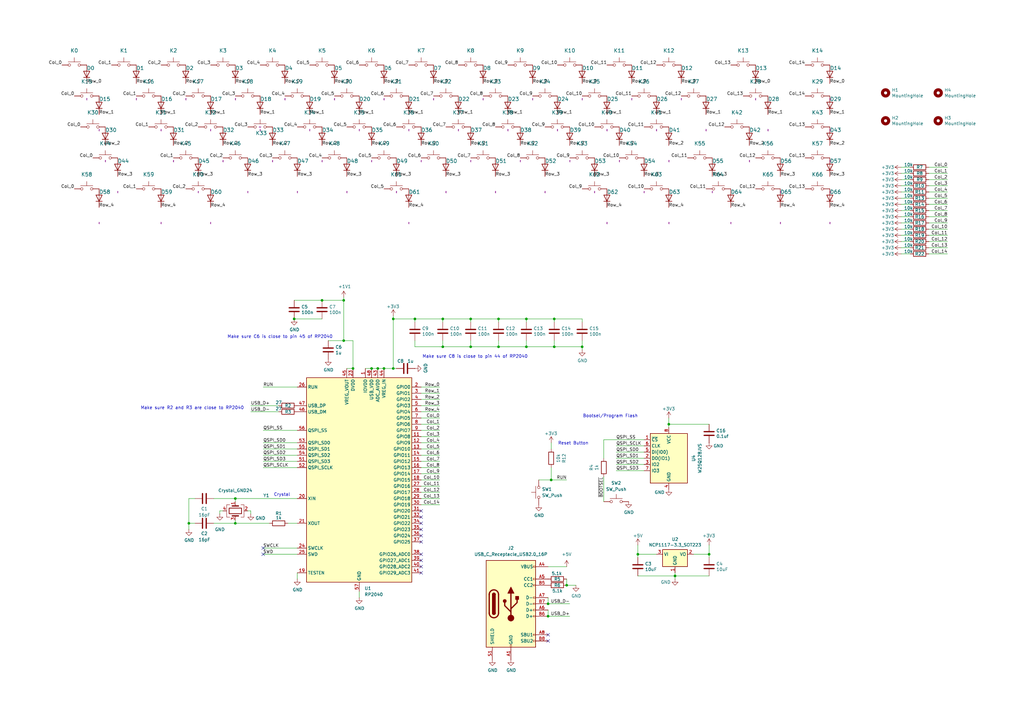
<source format=kicad_sch>
(kicad_sch (version 20231120) (generator "eeschema") (generator_version "8.0")
  (paper "A3")
  (title_block (date "2024-06-29 23:15") (comment 1 "Author: ") (comment 2 "Generated by klepcbgen.py v0.1"))
  (junction (at 161.29 130.81))
  (junction (at 226.06 196.85))
  (junction (at 140.97 123.19))
  (junction (at 215.9 142.24))
  (junction (at 204.47 130.81))
  (junction (at 96.52 214.63))
  (junction (at 276.86 236.22))
  (junction (at 77.47 214.63))
  (junction (at 96.52 204.47))
  (junction (at 227.33 142.24))
  (junction (at 238.76 142.24))
  (junction (at 261.62 227.33))
  (junction (at 170.18 130.81))
  (junction (at 290.83 227.33))
  (junction (at 227.33 130.81))
  (junction (at 215.9 130.81))
  (junction (at 154.94 151.13))
  (junction (at 224.79 247.65))
  (junction (at 152.4 151.13))
  (junction (at 157.48 151.13))
  (junction (at 161.29 151.13))
  (junction (at 193.04 130.81))
  (junction (at 274.32 173.99))
  (junction (at 204.47 142.24))
  (junction (at 224.79 252.73))
  (junction (at 120.65 130.81))
  (junction (at 140.97 139.7))
  (junction (at 232.41 240.03))
  (junction (at 181.61 130.81))
  (junction (at 144.78 151.13))
  (junction (at 132.08 123.19))
  (junction (at 193.04 142.24))
  (junction (at 181.61 142.24))
  (no_connect (at 172.72 232.41))
  (no_connect (at 172.72 229.87))
  (no_connect (at 172.72 234.95))
  (no_connect (at 172.72 222.25))
  (no_connect (at 172.72 227.33))
  (no_connect (at 107.95 224.79))
  (no_connect (at 172.72 209.55))
  (no_connect (at 172.72 217.17))
  (no_connect (at 172.72 212.09))
  (no_connect (at 172.72 214.63))
  (no_connect (at 107.95 227.33))
  (no_connect (at 224.79 262.89))
  (no_connect (at 172.72 219.71))
  (no_connect (at 224.79 260.35))
  (wire (pts (xy 224.79 247.65) (xy 233.68 247.65)))
  (wire (pts (xy 172.72 173.99) (xy 180.34 173.99)))
  (wire (pts (xy 157.48 151.13) (xy 161.29 151.13)))
  (wire (pts (xy 381 96.52) (xy 388.62 96.52)))
  (wire (pts (xy 172.72 204.47) (xy 180.34 204.47)))
  (wire (pts (xy 172.72 171.45) (xy 180.34 171.45)))
  (wire (pts (xy 381 71.12) (xy 388.62 71.12)))
  (wire (pts (xy 220.98 196.85) (xy 226.06 196.85)))
  (wire (pts (xy 369.57 78.74) (xy 373.38 78.74)))
  (wire (pts (xy 238.76 142.24) (xy 238.76 143.51)))
  (wire (pts (xy 144.78 139.7) (xy 144.78 151.13)))
  (wire (pts (xy 274.32 173.99) (xy 274.32 175.26)))
  (wire (pts (xy 172.72 196.85) (xy 180.34 196.85)))
  (wire (pts (xy 261.62 236.22) (xy 276.86 236.22)))
  (wire (pts (xy 107.95 158.75) (xy 121.92 158.75)))
  (wire (pts (xy 181.61 132.08) (xy 181.61 130.81)))
  (wire (pts (xy 107.95 181.61) (xy 121.92 181.61)))
  (wire (pts (xy 252.73 185.42) (xy 264.16 185.42)))
  (wire (pts (xy 121.92 227.33) (xy 107.95 227.33)))
  (wire (pts (xy 369.57 99.06) (xy 373.38 99.06)))
  (wire (pts (xy 369.57 76.2) (xy 373.38 76.2)))
  (wire (pts (xy 140.97 121.92) (xy 140.97 123.19)))
  (wire (pts (xy 252.73 187.96) (xy 264.16 187.96)))
  (wire (pts (xy 80.01 214.63) (xy 77.47 214.63)))
  (wire (pts (xy 121.92 176.53) (xy 107.95 176.53)))
  (wire (pts (xy 369.57 73.66) (xy 373.38 73.66)))
  (wire (pts (xy 107.95 186.69) (xy 121.92 186.69)))
  (wire (pts (xy 227.33 142.24) (xy 215.9 142.24)))
  (wire (pts (xy 261.62 223.52) (xy 261.62 227.33)))
  (wire (pts (xy 215.9 142.24) (xy 204.47 142.24)))
  (wire (pts (xy 91.44 209.55) (xy 90.17 209.55)))
  (wire (pts (xy 152.4 151.13) (xy 154.94 151.13)))
  (wire (pts (xy 118.11 214.63) (xy 121.92 214.63)))
  (wire (pts (xy 154.94 151.13) (xy 157.48 151.13)))
  (wire (pts (xy 193.04 130.81) (xy 204.47 130.81)))
  (wire (pts (xy 96.52 204.47) (xy 121.92 204.47)))
  (wire (pts (xy 252.73 190.5) (xy 264.16 190.5)))
  (wire (pts (xy 204.47 132.08) (xy 204.47 130.81)))
  (wire (pts (xy 381 101.6) (xy 388.62 101.6)))
  (wire (pts (xy 170.18 139.7) (xy 170.18 142.24)))
  (wire (pts (xy 369.57 101.6) (xy 373.38 101.6)))
  (wire (pts (xy 132.08 123.19) (xy 140.97 123.19)))
  (wire (pts (xy 172.72 184.15) (xy 180.34 184.15)))
  (wire (pts (xy 172.72 166.37) (xy 180.34 166.37)))
  (wire (pts (xy 102.87 210.82) (xy 102.87 209.55)))
  (wire (pts (xy 121.92 234.95) (xy 121.92 237.49)))
  (wire (pts (xy 134.62 139.7) (xy 140.97 139.7)))
  (wire (pts (xy 381 86.36) (xy 388.62 86.36)))
  (wire (pts (xy 226.06 196.85) (xy 232.41 196.85)))
  (wire (pts (xy 120.65 123.19) (xy 132.08 123.19)))
  (wire (pts (xy 140.97 123.19) (xy 140.97 139.7)))
  (wire (pts (xy 247.65 180.34) (xy 264.16 180.34)))
  (wire (pts (xy 172.72 161.29) (xy 180.34 161.29)))
  (wire (pts (xy 381 99.06) (xy 388.62 99.06)))
  (wire (pts (xy 181.61 130.81) (xy 193.04 130.81)))
  (wire (pts (xy 87.63 214.63) (xy 96.52 214.63)))
  (wire (pts (xy 227.33 132.08) (xy 227.33 130.81)))
  (wire (pts (xy 204.47 142.24) (xy 193.04 142.24)))
  (wire (pts (xy 290.83 173.99) (xy 274.32 173.99)))
  (wire (pts (xy 172.72 163.83) (xy 180.34 163.83)))
  (wire (pts (xy 215.9 132.08) (xy 215.9 130.81)))
  (wire (pts (xy 261.62 228.6) (xy 261.62 227.33)))
  (wire (pts (xy 140.97 139.7) (xy 144.78 139.7)))
  (wire (pts (xy 284.48 227.33) (xy 290.83 227.33)))
  (wire (pts (xy 238.76 132.08) (xy 238.76 130.81)))
  (wire (pts (xy 252.73 182.88) (xy 264.16 182.88)))
  (wire (pts (xy 369.57 81.28) (xy 373.38 81.28)))
  (wire (pts (xy 120.65 130.81) (xy 132.08 130.81)))
  (wire (pts (xy 381 91.44) (xy 388.62 91.44)))
  (wire (pts (xy 226.06 181.61) (xy 226.06 184.15)))
  (wire (pts (xy 369.57 91.44) (xy 373.38 91.44)))
  (wire (pts (xy 381 81.28) (xy 388.62 81.28)))
  (wire (pts (xy 87.63 204.47) (xy 96.52 204.47)))
  (wire (pts (xy 381 83.82) (xy 388.62 83.82)))
  (wire (pts (xy 172.72 168.91) (xy 180.34 168.91)))
  (wire (pts (xy 215.9 130.81) (xy 227.33 130.81)))
  (wire (pts (xy 121.92 191.77) (xy 107.95 191.77)))
  (wire (pts (xy 172.72 189.23) (xy 180.34 189.23)))
  (wire (pts (xy 172.72 158.75) (xy 180.34 158.75)))
  (wire (pts (xy 247.65 180.34) (xy 247.65 187.96)))
  (wire (pts (xy 224.79 252.73) (xy 233.68 252.73)))
  (wire (pts (xy 172.72 179.07) (xy 180.34 179.07)))
  (wire (pts (xy 215.9 139.7) (xy 215.9 142.24)))
  (wire (pts (xy 172.72 199.39) (xy 180.34 199.39)))
  (wire (pts (xy 274.32 171.45) (xy 274.32 173.99)))
  (wire (pts (xy 77.47 214.63) (xy 77.47 217.17)))
  (wire (pts (xy 226.06 191.77) (xy 226.06 196.85)))
  (wire (pts (xy 232.41 237.49) (xy 232.41 240.03)))
  (wire (pts (xy 170.18 132.08) (xy 170.18 130.81)))
  (wire (pts (xy 290.83 223.52) (xy 290.83 227.33)))
  (wire (pts (xy 193.04 132.08) (xy 193.04 130.81)))
  (wire (pts (xy 161.29 129.54) (xy 161.29 130.81)))
  (wire (pts (xy 107.95 184.15) (xy 121.92 184.15)))
  (wire (pts (xy 269.24 227.33) (xy 261.62 227.33)))
  (wire (pts (xy 227.33 130.81) (xy 238.76 130.81)))
  (wire (pts (xy 172.72 186.69) (xy 180.34 186.69)))
  (wire (pts (xy 204.47 139.7) (xy 204.47 142.24)))
  (wire (pts (xy 102.87 168.91) (xy 114.3 168.91)))
  (wire (pts (xy 381 68.58) (xy 388.62 68.58)))
  (wire (pts (xy 204.47 130.81) (xy 215.9 130.81)))
  (wire (pts (xy 290.83 227.33) (xy 290.83 228.6)))
  (wire (pts (xy 172.72 194.31) (xy 180.34 194.31)))
  (wire (pts (xy 238.76 139.7) (xy 238.76 142.24)))
  (wire (pts (xy 227.33 142.24) (xy 238.76 142.24)))
  (wire (pts (xy 369.57 88.9) (xy 373.38 88.9)))
  (wire (pts (xy 170.18 130.81) (xy 181.61 130.81)))
  (wire (pts (xy 149.86 151.13) (xy 152.4 151.13)))
  (wire (pts (xy 224.79 250.19) (xy 224.79 252.73)))
  (wire (pts (xy 369.57 96.52) (xy 373.38 96.52)))
  (wire (pts (xy 90.17 209.55) (xy 90.17 210.82)))
  (wire (pts (xy 102.87 209.55) (xy 101.6 209.55)))
  (wire (pts (xy 161.29 130.81) (xy 170.18 130.81)))
  (wire (pts (xy 102.87 166.37) (xy 114.3 166.37)))
  (wire (pts (xy 142.24 151.13) (xy 144.78 151.13)))
  (wire (pts (xy 369.57 104.14) (xy 373.38 104.14)))
  (wire (pts (xy 161.29 151.13) (xy 162.56 151.13)))
  (wire (pts (xy 369.57 86.36) (xy 373.38 86.36)))
  (wire (pts (xy 276.86 237.49) (xy 276.86 236.22)))
  (wire (pts (xy 369.57 93.98) (xy 373.38 93.98)))
  (wire (pts (xy 369.57 83.82) (xy 373.38 83.82)))
  (wire (pts (xy 172.72 207.01) (xy 180.34 207.01)))
  (wire (pts (xy 172.72 191.77) (xy 180.34 191.77)))
  (wire (pts (xy 236.22 240.03) (xy 232.41 240.03)))
  (wire (pts (xy 227.33 139.7) (xy 227.33 142.24)))
  (wire (pts (xy 96.52 214.63) (xy 110.49 214.63)))
  (wire (pts (xy 172.72 181.61) (xy 180.34 181.61)))
  (wire (pts (xy 224.79 245.11) (xy 224.79 247.65)))
  (wire (pts (xy 381 88.9) (xy 388.62 88.9)))
  (wire (pts (xy 193.04 139.7) (xy 193.04 142.24)))
  (wire (pts (xy 172.72 201.93) (xy 180.34 201.93)))
  (wire (pts (xy 381 73.66) (xy 388.62 73.66)))
  (wire (pts (xy 381 78.74) (xy 388.62 78.74)))
  (wire (pts (xy 247.65 195.58) (xy 247.65 205.74)))
  (wire (pts (xy 161.29 130.81) (xy 161.29 151.13)))
  (wire (pts (xy 381 76.2) (xy 388.62 76.2)))
  (wire (pts (xy 121.92 224.79) (xy 107.95 224.79)))
  (wire (pts (xy 252.73 193.04) (xy 264.16 193.04)))
  (wire (pts (xy 193.04 142.24) (xy 181.61 142.24)))
  (wire (pts (xy 276.86 236.22) (xy 290.83 236.22)))
  (wire (pts (xy 181.61 139.7) (xy 181.61 142.24)))
  (wire (pts (xy 77.47 204.47) (xy 77.47 214.63)))
  (wire (pts (xy 369.57 71.12) (xy 373.38 71.12)))
  (wire (pts (xy 369.57 68.58) (xy 373.38 68.58)))
  (wire (pts (xy 80.01 204.47) (xy 77.47 204.47)))
  (wire (pts (xy 381 104.14) (xy 388.62 104.14)))
  (wire (pts (xy 172.72 176.53) (xy 180.34 176.53)))
  (wire (pts (xy 181.61 142.24) (xy 170.18 142.24)))
  (wire (pts (xy 96.52 213.36) (xy 96.52 214.63)))
  (wire (pts (xy 147.32 242.57) (xy 147.32 245.11)))
  (wire (pts (xy 232.41 232.41) (xy 224.79 232.41)))
  (wire (pts (xy 381 93.98) (xy 388.62 93.98)))
  (wire (pts (xy 276.86 234.95) (xy 276.86 236.22)))
  (wire (pts (xy 107.95 189.23) (xy 121.92 189.23)))
  (wire (pts (xy 96.52 205.74) (xy 96.52 204.47)))
  (text "Make sure C8 is close to pin 44 of RP2040" (at 173.228 147.066 0) (effects (font (size 1.27 1.27)) (justify left bottom)))
  (text "Make sure C6 is close to pin 45 of RP2040" (at 93.218 138.938 0) (effects (font (size 1.27 1.27)) (justify left bottom)))
  (text "Reset Button" (at 228.854 182.626 0) (effects (font (size 1.27 1.27)) (justify left bottom)))
  (text "Crystal" (at 112.268 203.708 0) (effects (font (size 1.27 1.27)) (justify left bottom)))
  (text "Make sure R2 and R3 are close to RP2040" (at 57.658 168.148 0) (effects (font (size 1.27 1.27)) (justify left bottom)))
  (text "Bootsel/Program Flash" (at 239.014 171.45 0) (effects (font (size 1.27 1.27)) (justify left bottom)))
  (label "Col_2" (at 66.04 26.67 180))
  (label "Row_3" (at 340.36 72.39 0))
  (label "Col_2" (at 91.44 64.77 180))
  (label "Col_7" (at 388.62 86.36 180))
  (label "USB_D-" (at 102.87 168.91 0))
  (label "Row_2" (at 132.08 59.69 0))
  (label "Col_1" (at 71.12 64.77 180))
  (label "Row_0" (at 177.8 34.29 0))
  (label "Col_12" (at 297.18 52.07 180))
  (label "Col_3" (at 388.62 76.2 180))
  (label "Row_4" (at 180.34 168.91 180))
  (label "QSPI_SD3" (at 107.95 189.23 0))
  (label "Col_6" (at 157.48 39.37 180))
  (label "QSPI_SD1" (at 252.73 187.96 0))
  (label "Col_0" (at 25.4 26.67 180))
  (label "Col_0" (at 30.48 77.47 180))
  (label "Col_9" (at 223.52 52.07 180))
  (label "SWD" (at 107.95 227.33 0))
  (label "~{BOOTSEL}" (at 247.65 195.58 270))
  (label "Col_10" (at 264.16 77.47 180))
  (label "Col_14" (at 330.2 26.67 180))
  (label "Row_3" (at 81.28 72.39 0))
  (label "Col_4" (at 388.62 78.74 180))
  (label "Col_6" (at 147.32 26.67 180))
  (label "Row_0" (at 309.88 34.29 0))
  (label "Row_1" (at 180.34 161.29 180))
  (label "Col_10" (at 254 64.77 180))
  (label "QSPI_SD0" (at 252.73 185.42 0))
  (label "Row_3" (at 223.52 72.39 0))
  (label "Col_2" (at 76.2 39.37 180))
  (label "QSPI_SCLK" (at 107.95 191.77 0))
  (label "Col_12" (at 309.88 64.77 180))
  (label "Row_2" (at 274.32 59.69 0))
  (label "Row_4" (at 320.04 85.09 0))
  (label "Row_2" (at 307.34 59.69 0))
  (label "Col_0" (at 30.48 39.37 180))
  (label "Col_13" (at 388.62 101.6 180))
  (label "Row_2" (at 152.4 59.69 0))
  (label "Col_5" (at 388.62 81.28 180))
  (label "Col_8" (at 203.2 52.07 180))
  (label "Row_3" (at 182.88 72.39 0))
  (label "Row_2" (at 233.68 59.69 0))
  (label "USB_D+" (at 102.87 166.37 0))
  (label "Col_14" (at 180.34 207.01 180))
  (label "Col_5" (at 157.48 77.47 180))
  (label "Col_8" (at 180.34 191.77 180))
  (label "Col_10" (at 238.76 39.37 180))
  (label "Col_6" (at 388.62 83.82 180))
  (label "Col_6" (at 162.56 52.07 180))
  (label "Col_14" (at 388.62 104.14 180))
  (label "Col_0" (at 33.02 52.07 180))
  (label "Row_1" (at 86.36 46.99 0))
  (label "Col_3" (at 180.34 179.07 180))
  (label "QSPI_SS" (at 252.73 180.34 0))
  (label "Row_1" (at 269.24 46.99 0))
  (label "Row_3" (at 101.6 72.39 0))
  (label "Col_11" (at 264.16 52.07 180))
  (label "Col_2" (at 81.28 52.07 180))
  (label "Col_14" (at 330.2 39.37 180))
  (label "Row_2" (at 193.04 59.69 0))
  (label "Row_1" (at 187.96 46.99 0))
  (label "Row_4" (at 86.36 85.09 0))
  (label "Col_5" (at 152.4 64.77 180))
  (label "Row_4" (at 167.64 85.09 0))
  (label "Row_1" (at 228.6 46.99 0))
  (label "Col_10" (at 243.84 52.07 180))
  (label "Col_12" (at 269.24 26.67 180))
  (label "Row_2" (at 172.72 59.69 0))
  (label "Row_2" (at 213.36 59.69 0))
  (label "Row_1" (at 147.32 46.99 0))
  (label "Col_9" (at 180.34 194.31 180))
  (label "Row_2" (at 43.18 59.69 0))
  (label "Row_3" (at 162.56 72.39 0))
  (label "Col_4" (at 121.92 52.07 180))
  (label "Col_11" (at 180.34 199.39 180))
  (label "Col_6" (at 180.34 186.69 180))
  (label "Col_12" (at 279.4 39.37 180))
  (label "Row_1" (at 289.56 46.99 0))
  (label "Row_3" (at 180.34 166.37 180))
  (label "Col_10" (at 388.62 93.98 180))
  (label "Row_0" (at 180.34 158.75 180))
  (label "Row_0" (at 218.44 34.29 0))
  (label "Col_1" (at 388.62 71.12 180))
  (label "Row_4" (at 40.64 85.09 0))
  (label "QSPI_SD0" (at 107.95 181.61 0))
  (label "Col_12" (at 180.34 201.93 180))
  (label "Col_7" (at 167.64 26.67 180))
  (label "Row_2" (at 340.36 59.69 0))
  (label "Col_0" (at 180.34 171.45 180))
  (label "Row_2" (at 111.76 59.69 0))
  (label "Col_9" (at 238.76 77.47 180))
  (label "USB_D-" (at 233.68 247.65 180))
  (label "Col_11" (at 259.08 39.37 180))
  (label "Row_0" (at 157.48 34.29 0))
  (label "Row_3" (at 243.84 72.39 0))
  (label "Col_5" (at 142.24 52.07 180))
  (label "Col_1" (at 55.88 77.47 180))
  (label "Col_7" (at 177.8 39.37 180))
  (label "Col_2" (at 76.2 77.47 180))
  (label "Row_4" (at 340.36 85.09 0))
  (label "Row_3" (at 264.16 72.39 0))
  (label "Row_1" (at 106.68 46.99 0))
  (label "Col_7" (at 193.04 64.77 180))
  (label "Row_0" (at 340.36 34.29 0))
  (label "Col_8" (at 198.12 39.37 180))
  (label "Col_13" (at 304.8 39.37 180))
  (label "Col_9" (at 388.62 91.44 180))
  (label "Row_0" (at 259.08 34.29 0))
  (label "Col_0" (at 38.1 64.77 180))
  (label "Col_6" (at 172.72 64.77 180))
  (label "Col_9" (at 208.28 26.67 180))
  (label "Row_0" (at 137.16 34.29 0))
  (label "Row_4" (at 299.72 85.09 0))
  (label "Col_1" (at 55.88 39.37 180))
  (label "Col_13" (at 330.2 77.47 180))
  (label "QSPI_SD2" (at 107.95 186.69 0))
  (label "Col_3" (at 96.52 39.37 180))
  (label "Col_8" (at 213.36 64.77 180))
  (label "Row_2" (at 180.34 163.83 180))
  (label "Row_3" (at 142.24 72.39 0))
  (label "Row_3" (at 203.2 72.39 0))
  (label "Col_12" (at 388.62 99.06 180))
  (label "QSPI_SD3" (at 252.73 193.04 0))
  (label "Col_11" (at 248.92 26.67 180))
  (label "Row_0" (at 238.76 34.29 0))
  (label "Row_1" (at 40.64 46.99 0))
  (label "Row_4" (at 274.32 85.09 0))
  (label "Row_3" (at 121.92 72.39 0))
  (label "Row_0" (at 55.88 34.29 0))
  (label "Row_1" (at 340.36 46.99 0))
  (label "Row_0" (at 116.84 34.29 0))
  (label "Row_1" (at 314.96 46.99 0))
  (label "Row_0" (at 198.12 34.29 0))
  (label "Row_1" (at 208.28 46.99 0))
  (label "Col_2" (at 388.62 73.66 180))
  (label "Row_0" (at 35.56 34.29 0))
  (label "Col_3" (at 111.76 64.77 180))
  (label "Col_4" (at 116.84 39.37 180))
  (label "Row_3" (at 292.1 72.39 0))
  (label "Row_2" (at 71.12 59.69 0))
  (label "Col_5" (at 137.16 39.37 180))
  (label "Row_4" (at 66.04 85.09 0))
  (label "USB_D+" (at 233.68 252.73 180))
  (label "Col_1" (at 60.96 52.07 180))
  (label "Col_10" (at 228.6 26.67 180))
  (label "Col_13" (at 330.2 52.07 180))
  (label "Row_2" (at 91.44 59.69 0))
  (label "Col_8" (at 187.96 26.67 180))
  (label "Col_7" (at 182.88 52.07 180))
  (label "Col_1" (at 180.34 173.99 180))
  (label "Row_1" (at 248.92 46.99 0))
  (label "Row_4" (at 248.92 85.09 0))
  (label "Col_9" (at 233.68 64.77 180))
  (label "Col_11" (at 289.56 77.47 180))
  (label "Col_8" (at 388.62 88.9 180))
  (label "Col_1" (at 45.72 26.67 180))
  (label "QSPI_SS" (at 107.95 176.53 0))
  (label "Row_3" (at 48.26 72.39 0))
  (label "Col_12" (at 309.88 77.47 180))
  (label "Col_11" (at 281.94 64.77 180))
  (label "QSPI_SCLK" (at 252.73 182.88 0))
  (label "Col_9" (at 218.44 39.37 180))
  (label "Row_0" (at 76.2 34.29 0))
  (label "Col_3" (at 86.36 26.67 180))
  (label "QSPI_SD2" (at 252.73 190.5 0))
  (label "Col_13" (at 299.72 26.67 180))
  (label "Row_0" (at 279.4 34.29 0))
  (label "Row_3" (at 320.04 72.39 0))
  (label "Col_4" (at 180.34 181.61 180))
  (label "Col_0" (at 388.62 68.58 180))
  (label "Col_2" (at 180.34 176.53 180))
  (label "Col_5" (at 180.34 184.15 180))
  (label "Row_1" (at 167.64 46.99 0))
  (label "Col_13" (at 330.2 64.77 180))
  (label "Row_0" (at 96.52 34.29 0))
  (label "SWCLK" (at 107.95 224.79 0))
  (label "Col_10" (at 180.34 196.85 180))
  (label "Col_5" (at 127 26.67 180))
  (label "Col_13" (at 180.34 204.47 180))
  (label "QSPI_SD1" (at 107.95 184.15 0))
  (label "Col_3" (at 101.6 52.07 180))
  (label "Row_1" (at 127 46.99 0))
  (label "RUN" (at 232.41 196.85 180))
  (label "Col_4" (at 132.08 64.77 180))
  (label "RUN" (at 107.95 158.75 0))
  (label "Col_7" (at 180.34 189.23 180))
  (label "Col_11" (at 388.62 96.52 180))
  (label "Row_2" (at 254 59.69 0))
  (label "Col_4" (at 106.68 26.67 180))
  (label "Row_1" (at 66.04 46.99 0))
  (symbol (lib_id "Mechanical:MountingHole") (at 363.22 49.53 0) (unit 1)
    (property "Reference" "H2" (at 365.76 48.3616 0) (effects (justify left)))
    (property "Value" "MountingHole" (at 365.76 50.673 0) (effects (justify left)))
    (property "Footprint" "MountingHole:MountingHole_3.2mm_M3_DIN965" (effects (hide yes)))
  )
  (symbol (lib_id "Mechanical:MountingHole") (at 363.22 38.1 0) (unit 1)
    (property "Reference" "H1" (at 365.76 36.9316 0) (effects (justify left)))
    (property "Value" "MountingHole" (at 365.76 39.243 0) (effects (justify left)))
    (property "Footprint" "MountingHole:MountingHole_3.2mm_M3_DIN965" (effects (hide yes)))
  )
  (symbol (lib_id "Mechanical:MountingHole") (at 384.81 38.1 0) (unit 1)
    (property "Reference" "H4" (at 387.35 36.9316 0) (effects (justify left)))
    (property "Value" "MountingHole" (at 387.35 39.243 0) (effects (justify left)))
    (property "Footprint" "MountingHole:MountingHole_3.2mm_M3_DIN965" (effects (hide yes)))
  )
  (symbol (lib_id "Mechanical:MountingHole") (at 384.81 49.53 0) (unit 1)
    (property "Reference" "H3" (at 387.35 48.3616 0) (effects (justify left)))
    (property "Value" "MountingHole" (at 387.35 50.673 0) (effects (justify left)))
    (property "Footprint" "MountingHole:MountingHole_3.2mm_M3_DIN965" (effects (hide yes)))
  )
  (symbol (lib_id "Device:D") (at 66.04 81.28 90) (unit 1)
    (property "Reference" "D59" (at 66.04 78.74 90) (effects (font (size 1.524 1.524)) (justify right)))
    (property "Value" "1N4148WS" (effects (hide yes)))
    (property "Footprint" "Diode_SMD:D_SOD-323_HandSoldering" (effects (hide yes)))
    (property "Datasheet" "~" (at 66.04 91.44 0) (effects (font (size 1.524 1.524))))
    (property "Description" "Diode" (effects (hide yes)))
    (property "Sim.Device" "D" (effects (hide yes)))
    (property "Sim.Pins" "1=K 2=A" (effects (hide yes)))
  )
  (symbol (lib_id "Device:D") (at 157.48 30.48 90) (unit 1)
    (property "Reference" "D6" (at 157.48 27.94 90) (effects (font (size 1.524 1.524)) (justify right)))
    (property "Value" "1N4148WS" (effects (hide yes)))
    (property "Footprint" "Diode_SMD:D_SOD-323_HandSoldering" (effects (hide yes)))
    (property "Datasheet" "~" (at 157.48 40.64 0) (effects (font (size 1.524 1.524))))
    (property "Description" "Diode" (effects (hide yes)))
    (property "Sim.Device" "D" (effects (hide yes)))
    (property "Sim.Pins" "1=K 2=A" (effects (hide yes)))
  )
  (symbol (lib_id "Device:C") (at 134.62 143.51 0) (unit 1)
    (property "Reference" "C6" (at 137.541 142.3416 0) (effects (justify left)))
    (property "Value" "1u" (at 137.541 144.653 0) (effects (justify left)))
    (property "Footprint" "Capacitor_SMD:C_0402_1005Metric" (effects (hide yes)))
  )
  (symbol (lib_id "Switch:SW_Push") (at 66.04 52.07 0) (unit 1)
    (property "Reference" "K31" (at 66.04 46.1518 0) (effects (font (size 1.524 1.524))))
    (property "Value" "A" (effects (hide yes)))
    (property "Footprint" "Button_Switch_Keyboard:SW_Cherry_MX_1.00u_PCB" (effects (hide yes)))
  )
  (symbol (lib_id "Switch:SW_Push") (at 243.84 39.37 0) (unit 1)
    (property "Reference" "K25" (at 243.84 33.4518 0) (effects (font (size 1.524 1.524))))
    (property "Value" "P" (effects (hide yes)))
    (property "Footprint" "Button_Switch_Keyboard:SW_Cherry_MX_1.00u_PCB" (effects (hide yes)))
  )
  (symbol (lib_id "Device:D") (at 76.2 30.48 90) (unit 1)
    (property "Reference" "D2" (at 76.2 27.94 90) (effects (font (size 1.524 1.524)) (justify right)))
    (property "Value" "1N4148WS" (effects (hide yes)))
    (property "Footprint" "Diode_SMD:D_SOD-323_HandSoldering" (effects (hide yes)))
    (property "Datasheet" "~" (at 76.2 40.64 0) (effects (font (size 1.524 1.524))))
    (property "Description" "Diode" (effects (hide yes)))
    (property "Sim.Device" "D" (effects (hide yes)))
    (property "Sim.Pins" "1=K 2=A" (effects (hide yes)))
  )
  (symbol (lib_id "Device:D") (at 264.16 68.58 90) (unit 1)
    (property "Reference" "D54" (at 264.16 66.04 90) (effects (font (size 1.524 1.524)) (justify right)))
    (property "Value" "1N4148WS" (effects (hide yes)))
    (property "Footprint" "Diode_SMD:D_SOD-323_HandSoldering" (effects (hide yes)))
    (property "Datasheet" "~" (at 264.16 78.74 0) (effects (font (size 1.524 1.524))))
    (property "Description" "Diode" (effects (hide yes)))
    (property "Sim.Device" "D" (effects (hide yes)))
    (property "Sim.Pins" "1=K 2=A" (effects (hide yes)))
  )
  (symbol (lib_id "Switch:SW_Push") (at 228.6 52.07 0) (unit 1)
    (property "Reference" "K39" (at 228.6 46.1518 0) (effects (font (size 1.524 1.524))))
    (property "Value" "L" (effects (hide yes)))
    (property "Footprint" "Button_Switch_Keyboard:SW_Cherry_MX_1.00u_PCB" (effects (hide yes)))
  )
  (symbol (lib_id "Device:D") (at 203.2 68.58 90) (unit 1)
    (property "Reference" "D51" (at 203.2 66.04 90) (effects (font (size 1.524 1.524)) (justify right)))
    (property "Value" "1N4148WS" (effects (hide yes)))
    (property "Footprint" "Diode_SMD:D_SOD-323_HandSoldering" (effects (hide yes)))
    (property "Datasheet" "~" (at 203.2 78.74 0) (effects (font (size 1.524 1.524))))
    (property "Description" "Diode" (effects (hide yes)))
    (property "Sim.Device" "D" (effects (hide yes)))
    (property "Sim.Pins" "1=K 2=A" (effects (hide yes)))
  )
  (symbol (lib_id "Device:R") (at 377.19 88.9 270) (unit 1)
    (property "Reference" "R16" (at 377.19 88.9 90))
    (property "Value" "10k" (at 372.618 87.884 90))
    (property "Footprint" "Resistor_THT:R_Axial_DIN0309_L9.0mm_D3.2mm_P15.24mm_Horizontal" (effects (hide yes)))
  )
  (symbol (lib_id "Device:D") (at 147.32 43.18 90) (unit 1)
    (property "Reference" "D20" (at 147.32 40.64 90) (effects (font (size 1.524 1.524)) (justify right)))
    (property "Value" "1N4148WS" (effects (hide yes)))
    (property "Footprint" "Diode_SMD:D_SOD-323_HandSoldering" (effects (hide yes)))
    (property "Datasheet" "~" (at 147.32 53.34 0) (effects (font (size 1.524 1.524))))
    (property "Description" "Diode" (effects (hide yes)))
    (property "Sim.Device" "D" (effects (hide yes)))
    (property "Sim.Pins" "1=K 2=A" (effects (hide yes)))
  )
  (symbol (lib_id "Switch:SW_Push") (at 335.28 39.37 0) (unit 1)
    (property "Reference" "K29" (at 335.28 33.4518 0) (effects (font (size 1.524 1.524))))
    (property "Value" "PgUp" (effects (hide yes)))
    (property "Footprint" "Button_Switch_Keyboard:SW_Cherry_MX_1.00u_PCB" (effects (hide yes)))
  )
  (symbol (lib_id "Device:D") (at 269.24 43.18 90) (unit 1)
    (property "Reference" "D26" (at 269.24 40.64 90) (effects (font (size 1.524 1.524)) (justify right)))
    (property "Value" "1N4148WS" (effects (hide yes)))
    (property "Footprint" "Diode_SMD:D_SOD-323_HandSoldering" (effects (hide yes)))
    (property "Datasheet" "~" (at 269.24 53.34 0) (effects (font (size 1.524 1.524))))
    (property "Description" "Diode" (effects (hide yes)))
    (property "Sim.Device" "D" (effects (hide yes)))
    (property "Sim.Pins" "1=K 2=A" (effects (hide yes)))
  )
  (symbol (lib_id "power:+3V3") (at 369.57 91.44 90) (unit 1)
    (property "Reference" "#PWR034" (effects (hide yes)))
    (property "Value" "+3V3" (at 361.442 91.44 90) (effects (justify right)))
  )
  (symbol (lib_id "Switch:SW_Push") (at 269.24 52.07 0) (unit 1)
    (property "Reference" "K41" (at 269.24 46.1518 0) (effects (font (size 1.524 1.524))))
    (property "Value" "\",'" (effects (hide yes)))
    (property "Footprint" "Button_Switch_Keyboard:SW_Cherry_MX_1.00u_PCB" (effects (hide yes)))
  )
  (symbol (lib_id "Switch:SW_Push") (at 147.32 52.07 0) (unit 1)
    (property "Reference" "K35" (at 147.32 46.1518 0) (effects (font (size 1.524 1.524))))
    (property "Value" "G" (effects (hide yes)))
    (property "Footprint" "Button_Switch_Keyboard:SW_Cherry_MX_1.00u_PCB" (effects (hide yes)))
  )
  (symbol (lib_id "Switch:SW_Push") (at 233.68 26.67 0) (unit 1)
    (property "Reference" "K10" (at 233.68 20.7518 0) (effects (font (size 1.524 1.524))))
    (property "Value" "),0" (effects (hide yes)))
    (property "Footprint" "Button_Switch_Keyboard:SW_Cherry_MX_1.00u_PCB" (effects (hide yes)))
  )
  (symbol (lib_id "Device:R") (at 377.19 96.52 270) (unit 1)
    (property "Reference" "R19" (at 377.19 96.52 90))
    (property "Value" "10k" (at 372.618 95.504 90))
    (property "Footprint" "Resistor_THT:R_Axial_DIN0309_L9.0mm_D3.2mm_P15.24mm_Horizontal" (effects (hide yes)))
  )
  (symbol (lib_id "Switch:SW_Push") (at 50.8 26.67 0) (unit 1)
    (property "Reference" "K1" (at 50.8 20.7518 0) (effects (font (size 1.524 1.524))))
    (property "Value" "!,1" (effects (hide yes)))
    (property "Footprint" "Button_Switch_Keyboard:SW_Cherry_MX_1.00u_PCB" (effects (hide yes)))
  )
  (symbol (lib_id "Device:C") (at 193.04 135.89 0) (unit 1)
    (property "Reference" "C11" (at 195.961 134.7216 0) (effects (justify left)))
    (property "Value" "100n" (at 195.961 137.033 0) (effects (justify left)))
    (property "Footprint" "Capacitor_SMD:C_0603_1608Metric" (effects (hide yes)))
  )
  (symbol (lib_id "power:GND") (at 147.32 245.11 0) (unit 1)
    (property "Reference" "#PWR013" (effects (hide yes)))
    (property "Value" "GND" (at 147.447 249.5042 0))
    (property "Description" "Power symbol creates a global label with name \"GND\" , ground" (effects (hide yes)))
  )
  (symbol (lib_id "Device:D") (at 137.16 30.48 90) (unit 1)
    (property "Reference" "D5" (at 137.16 27.94 90) (effects (font (size 1.524 1.524)) (justify right)))
    (property "Value" "1N4148WS" (effects (hide yes)))
    (property "Footprint" "Diode_SMD:D_SOD-323_HandSoldering" (effects (hide yes)))
    (property "Datasheet" "~" (at 137.16 40.64 0) (effects (font (size 1.524 1.524))))
    (property "Description" "Diode" (effects (hide yes)))
    (property "Sim.Device" "D" (effects (hide yes)))
    (property "Sim.Pins" "1=K 2=A" (effects (hide yes)))
  )
  (symbol (lib_id "power:GND") (at 201.93 270.51 0) (unit 1)
    (property "Reference" "#PWR018" (effects (hide yes)))
    (property "Value" "GND" (at 202.057 274.9042 0))
    (property "Description" "Power symbol creates a global label with name \"GND\" , ground" (effects (hide yes)))
  )
  (symbol (lib_id "Device:D") (at 66.04 43.18 90) (unit 1)
    (property "Reference" "D16" (at 66.04 40.64 90) (effects (font (size 1.524 1.524)) (justify right)))
    (property "Value" "1N4148WS" (effects (hide yes)))
    (property "Footprint" "Diode_SMD:D_SOD-323_HandSoldering" (effects (hide yes)))
    (property "Datasheet" "~" (at 66.04 53.34 0) (effects (font (size 1.524 1.524))))
    (property "Description" "Diode" (effects (hide yes)))
    (property "Sim.Device" "D" (effects (hide yes)))
    (property "Sim.Pins" "1=K 2=A" (effects (hide yes)))
  )
  (symbol (lib_id "Device:D") (at 48.26 68.58 90) (unit 1)
    (property "Reference" "D44" (at 48.26 66.04 90) (effects (font (size 1.524 1.524)) (justify right)))
    (property "Value" "1N4148WS" (effects (hide yes)))
    (property "Footprint" "Diode_SMD:D_SOD-323_HandSoldering" (effects (hide yes)))
    (property "Datasheet" "~" (at 48.26 78.74 0) (effects (font (size 1.524 1.524))))
    (property "Description" "Diode" (effects (hide yes)))
    (property "Sim.Device" "D" (effects (hide yes)))
    (property "Sim.Pins" "1=K 2=A" (effects (hide yes)))
  )
  (symbol (lib_id "Switch:SW_Push") (at 284.48 39.37 0) (unit 1)
    (property "Reference" "K27" (at 284.48 33.4518 0) (effects (font (size 1.524 1.524))))
    (property "Value" "},]" (effects (hide yes)))
    (property "Footprint" "Button_Switch_Keyboard:SW_Cherry_MX_1.00u_PCB" (effects (hide yes)))
  )
  (symbol (lib_id "Device:C") (at 166.37 151.13 90) (unit 1)
    (property "Reference" "C8" (at 165.608 148.082 90) (effects (justify left)))
    (property "Value" "1u" (at 169.672 148.082 90) (effects (justify left)))
    (property "Footprint" "Capacitor_SMD:C_0402_1005Metric" (effects (hide yes)))
  )
  (symbol (lib_id "power:GND") (at 274.32 200.66 0) (unit 1)
    (property "Reference" "#PWR023" (effects (hide yes)))
    (property "Value" "GND" (at 270.51 201.93 0))
    (property "Description" "Power symbol creates a global label with name \"GND\" , ground" (effects (hide yes)))
  )
  (symbol (lib_id "Switch:SW_Push") (at 106.68 52.07 0) (unit 1)
    (property "Reference" "K33" (at 107.188 54.61 0) (effects (font (size 1.524 1.524))))
    (property "Value" "Key_D" (effects (hide yes)))
    (property "Footprint" "Button_Switch_Keyboard:SW_Cherry_MX_1.00u_PCB" (effects (hide yes)))
    (property "Datasheet" "~" (at 106.68 52.07 0) (effects (font (size 1.524 1.524))))
    (property "Description" "Push button switch, generic, two pins" (effects (hide yes)))
  )
  (symbol (lib_id "Switch:SW_Push") (at 127 52.07 0) (unit 1)
    (property "Reference" "K34" (at 127 46.1518 0) (effects (font (size 1.524 1.524))))
    (property "Value" "F" (effects (hide yes)))
    (property "Footprint" "Button_Switch_Keyboard:SW_Cherry_MX_1.00u_PCB" (effects (hide yes)))
  )
  (symbol (lib_id "Device:R") (at 377.19 91.44 270) (unit 1)
    (property "Reference" "R17" (at 377.19 91.44 90))
    (property "Value" "10k" (at 372.618 90.424 90))
    (property "Footprint" "Resistor_THT:R_Axial_DIN0309_L9.0mm_D3.2mm_P15.24mm_Horizontal" (effects (hide yes)))
  )
  (symbol (lib_id "Device:D") (at 340.36 68.58 90) (unit 1)
    (property "Reference" "D57" (at 340.36 66.04 90) (effects (font (size 1.524 1.524)) (justify right)))
    (property "Value" "1N4148WS" (effects (hide yes)))
    (property "Footprint" "Diode_SMD:D_SOD-323_HandSoldering" (effects (hide yes)))
    (property "Datasheet" "~" (at 340.36 78.74 0) (effects (font (size 1.524 1.524))))
    (property "Description" "Diode" (effects (hide yes)))
    (property "Sim.Device" "D" (effects (hide yes)))
    (property "Sim.Pins" "1=K 2=A" (effects (hide yes)))
  )
  (symbol (lib_id "power:+3V3") (at 369.57 76.2 90) (unit 1)
    (property "Reference" "#PWR028" (effects (hide yes)))
    (property "Value" "+3V3" (at 361.442 76.2 90) (effects (justify right)))
  )
  (symbol (lib_id "Device:D") (at 307.34 55.88 90) (unit 1)
    (property "Reference" "D42" (at 307.34 53.34 90) (effects (font (size 1.524 1.524)) (justify right)))
    (property "Value" "1N4148WS" (effects (hide yes)))
    (property "Footprint" "Diode_SMD:D_SOD-323_HandSoldering" (effects (hide yes)))
    (property "Datasheet" "~" (at 307.34 66.04 0) (effects (font (size 1.524 1.524))))
    (property "Description" "Diode" (effects (hide yes)))
    (property "Sim.Device" "D" (effects (hide yes)))
    (property "Sim.Pins" "1=K 2=A" (effects (hide yes)))
  )
  (symbol (lib_id "Device:R") (at 377.19 101.6 270) (unit 1)
    (property "Reference" "R21" (at 377.19 101.6 90))
    (property "Value" "10k" (at 372.618 100.584 90))
    (property "Footprint" "Resistor_THT:R_Axial_DIN0309_L9.0mm_D3.2mm_P15.24mm_Horizontal" (effects (hide yes)))
  )
  (symbol (lib_id "Device:R") (at 377.19 68.58 270) (unit 1)
    (property "Reference" "R7" (at 377.19 68.58 90))
    (property "Value" "10k" (at 372.618 67.564 90))
    (property "Footprint" "Resistor_THT:R_Axial_DIN0309_L9.0mm_D3.2mm_P15.24mm_Horizontal" (effects (hide yes)))
  )
  (symbol (lib_id "Device:D") (at 340.36 55.88 90) (unit 1)
    (property "Reference" "D43" (at 340.36 53.34 90) (effects (font (size 1.524 1.524)) (justify right)))
    (property "Value" "1N4148WS" (effects (hide yes)))
    (property "Footprint" "Diode_SMD:D_SOD-323_HandSoldering" (effects (hide yes)))
    (property "Datasheet" "~" (at 340.36 66.04 0) (effects (font (size 1.524 1.524))))
    (property "Description" "Diode" (effects (hide yes)))
    (property "Sim.Device" "D" (effects (hide yes)))
    (property "Sim.Pins" "1=K 2=A" (effects (hide yes)))
  )
  (symbol (lib_id "power:+3V3") (at 369.57 71.12 90) (unit 1)
    (property "Reference" "#PWR026" (effects (hide yes)))
    (property "Value" "+3V3" (at 361.442 71.12 90) (effects (justify right)))
  )
  (symbol (lib_id "power:GND") (at 209.55 270.51 0) (unit 1)
    (property "Reference" "#PWR019" (effects (hide yes)))
    (property "Value" "GND" (at 209.677 274.9042 0))
    (property "Description" "Power symbol creates a global label with name \"GND\" , ground" (effects (hide yes)))
  )
  (symbol (lib_id "Device:R") (at 228.6 240.03 90) (unit 1)
    (property "Reference" "R6" (at 228.6 240.03 90))
    (property "Value" "5.1k" (at 228.6 242.316 90))
    (property "Footprint" "Resistor_SMD:R_0603_1608Metric" (effects (hide yes)))
    (property "Description" "Resistor" (effects (hide yes)))
  )
  (symbol (lib_id "Device:D") (at 167.64 43.18 90) (unit 1)
    (property "Reference" "D21" (at 167.64 40.64 90) (effects (font (size 1.524 1.524)) (justify right)))
    (property "Value" "1N4148WS" (effects (hide yes)))
    (property "Footprint" "Diode_SMD:D_SOD-323_HandSoldering" (effects (hide yes)))
    (property "Datasheet" "~" (at 167.64 53.34 0) (effects (font (size 1.524 1.524))))
    (property "Description" "Diode" (effects (hide yes)))
    (property "Sim.Device" "D" (effects (hide yes)))
    (property "Sim.Pins" "1=K 2=A" (effects (hide yes)))
  )
  (symbol (lib_id "Memory_Flash:W25Q128JVS") (at 274.32 187.96 0) (unit 1)
    (property "Reference" "U4" (at 284.48 187.96 90))
    (property "Value" "W25Q128JVS" (at 287.02 187.96 90))
    (property "Footprint" "Package_SO:SOIC-8_5.23x5.23mm_P1.27mm" (effects (hide yes)))
    (property "Datasheet" "http://www.winbond.com/resource-files/w25q128jv_dtr%20revc%2003272018%20plus.pdf" (effects (hide yes)))
    (property "Description" "128Mb Serial Flash Memory, Standard/Dual/Quad SPI, SOIC-8" (effects (hide yes)))
  )
  (symbol (lib_id "Device:D") (at 116.84 30.48 90) (unit 1)
    (property "Reference" "D4" (at 116.84 27.94 90) (effects (font (size 1.524 1.524)) (justify right)))
    (property "Value" "1N4148WS" (effects (hide yes)))
    (property "Footprint" "Diode_SMD:D_SOD-323_HandSoldering" (effects (hide yes)))
    (property "Datasheet" "~" (at 116.84 40.64 0) (effects (font (size 1.524 1.524))))
    (property "Description" "Diode" (effects (hide yes)))
    (property "Sim.Device" "D" (effects (hide yes)))
    (property "Sim.Pins" "1=K 2=A" (effects (hide yes)))
  )
  (symbol (lib_id "Device:D") (at 218.44 30.48 90) (unit 1)
    (property "Reference" "D9" (at 218.44 27.94 90) (effects (font (size 1.524 1.524)) (justify right)))
    (property "Value" "1N4148WS" (effects (hide yes)))
    (property "Footprint" "Diode_SMD:D_SOD-323_HandSoldering" (effects (hide yes)))
    (property "Datasheet" "~" (at 218.44 40.64 0) (effects (font (size 1.524 1.524))))
    (property "Description" "Diode" (effects (hide yes)))
    (property "Sim.Device" "D" (effects (hide yes)))
    (property "Sim.Pins" "1=K 2=A" (effects (hide yes)))
  )
  (symbol (lib_id "Switch:SW_Push") (at 121.92 39.37 0) (unit 1)
    (property "Reference" "K19" (at 121.92 33.4518 0) (effects (font (size 1.524 1.524))))
    (property "Value" "R" (effects (hide yes)))
    (property "Footprint" "Button_Switch_Keyboard:SW_Cherry_MX_1.00u_PCB" (effects (hide yes)))
  )
  (symbol (lib_id "Switch:SW_Push") (at 287.02 64.77 0) (unit 1)
    (property "Reference" "K55" (at 287.02 58.8518 0) (effects (font (size 1.524 1.524))))
    (property "Value" "Shift" (effects (hide yes)))
    (property "Footprint" "Button_Switch_Keyboard:SW_Cherry_MX_1.75u_PCB" (effects (hide yes)))
  )
  (symbol (lib_id "Switch:SW_Push") (at 116.84 64.77 0) (unit 1)
    (property "Reference" "K47" (at 116.84 58.8518 0) (effects (font (size 1.524 1.524))))
    (property "Value" "C" (effects (hide yes)))
    (property "Footprint" "Button_Switch_Keyboard:SW_Cherry_MX_1.00u_PCB" (effects (hide yes)))
  )
  (symbol (lib_id "Device:C") (at 132.08 127 0) (unit 1)
    (property "Reference" "C7" (at 135.001 125.8316 0) (effects (justify left)))
    (property "Value" "100n" (at 135.001 128.143 0) (effects (justify left)))
    (property "Footprint" "Capacitor_SMD:C_0402_1005Metric" (effects (hide yes)))
  )
  (symbol (lib_id "Device:R") (at 377.19 73.66 270) (unit 1)
    (property "Reference" "R9" (at 377.19 73.66 90))
    (property "Value" "10k" (at 372.618 72.644 90))
    (property "Footprint" "Resistor_THT:R_Axial_DIN0309_L9.0mm_D3.2mm_P15.24mm_Horizontal" (effects (hide yes)))
  )
  (symbol (lib_id "Device:R") (at 377.19 81.28 270) (unit 1)
    (property "Reference" "R13" (at 377.19 81.28 90))
    (property "Value" "10k" (at 372.618 80.264 90))
    (property "Footprint" "Resistor_THT:R_Axial_DIN0309_L9.0mm_D3.2mm_P15.24mm_Horizontal" (effects (hide yes)))
  )
  (symbol (lib_id "Switch:SW_Push") (at 248.92 52.07 0) (unit 1)
    (property "Reference" "K40" (at 248.92 46.1518 0) (effects (font (size 1.524 1.524))))
    (property "Value" ":,;" (effects (hide yes)))
    (property "Footprint" "Button_Switch_Keyboard:SW_Cherry_MX_1.00u_PCB" (effects (hide yes)))
  )
  (symbol (lib_id "power:+5V") (at 232.41 232.41 0) (unit 1)
    (property "Reference" "#PWR01" (effects (hide yes)))
    (property "Value" "+5V" (at 232.41 227.33 0))
  )
  (symbol (lib_id "Device:D") (at 172.72 55.88 90) (unit 1)
    (property "Reference" "D36" (at 172.72 53.34 90) (effects (font (size 1.524 1.524)) (justify right)))
    (property "Value" "1N4148WS" (effects (hide yes)))
    (property "Footprint" "Diode_SMD:D_SOD-323_HandSoldering" (effects (hide yes)))
    (property "Datasheet" "~" (at 172.72 66.04 0) (effects (font (size 1.524 1.524))))
    (property "Description" "Diode" (effects (hide yes)))
    (property "Sim.Device" "D" (effects (hide yes)))
    (property "Sim.Pins" "1=K 2=A" (effects (hide yes)))
  )
  (symbol (lib_id "Device:R") (at 377.19 99.06 270) (unit 1)
    (property "Reference" "R20" (at 377.19 99.06 90))
    (property "Value" "10k" (at 372.618 98.044 90))
    (property "Footprint" "Resistor_THT:R_Axial_DIN0309_L9.0mm_D3.2mm_P15.24mm_Horizontal" (effects (hide yes)))
  )
  (symbol (lib_id "Switch:SW_Push") (at 302.26 52.07 0) (unit 1)
    (property "Reference" "K42" (at 302.26 46.1518 0) (effects (font (size 1.524 1.524))))
    (property "Value" "Enter" (effects (hide yes)))
    (property "Footprint" "Button_Switch_Keyboard:SW_Cherry_MX_2.25u_PCB" (effects (hide yes)))
  )
  (symbol (lib_id "Switch:SW_Push") (at 335.28 52.07 0) (unit 1)
    (property "Reference" "K43" (at 335.28 46.1518 0) (effects (font (size 1.524 1.524))))
    (property "Value" "PgDn" (effects (hide yes)))
    (property "Footprint" "Button_Switch_Keyboard:SW_Cherry_MX_1.00u_PCB" (effects (hide yes)))
  )
  (symbol (lib_id "Device:D") (at 254 55.88 90) (unit 1)
    (property "Reference" "D40" (at 254 53.34 90) (effects (font (size 1.524 1.524)) (justify right)))
    (property "Value" "1N4148WS" (effects (hide yes)))
    (property "Footprint" "Diode_SMD:D_SOD-323_HandSoldering" (effects (hide yes)))
    (property "Datasheet" "~" (at 254 66.04 0) (effects (font (size 1.524 1.524))))
    (property "Description" "Diode" (effects (hide yes)))
    (property "Sim.Device" "D" (effects (hide yes)))
    (property "Sim.Pins" "1=K 2=A" (effects (hide yes)))
  )
  (symbol (lib_id "Switch:SW_Push") (at 314.96 64.77 0) (unit 1)
    (property "Reference" "K56" (at 314.96 58.8518 0) (effects (font (size 1.524 1.524))))
    (property "Value" "↑" (effects (hide yes)))
    (property "Footprint" "Button_Switch_Keyboard:SW_Cherry_MX_1.00u_PCB" (effects (hide yes)))
  )
  (symbol (lib_id "Device:C") (at 238.76 135.89 0) (unit 1)
    (property "Reference" "C15" (at 241.681 134.7216 0) (effects (justify left)))
    (property "Value" "100n" (at 241.681 137.033 0) (effects (justify left)))
    (property "Footprint" "Capacitor_SMD:C_0603_1608Metric" (effects (hide yes)))
  )
  (symbol (lib_id "Device:D") (at 193.04 55.88 90) (unit 1)
    (property "Reference" "D37" (at 193.04 53.34 90) (effects (font (size 1.524 1.524)) (justify right)))
    (property "Value" "1N4148WS" (effects (hide yes)))
    (property "Footprint" "Diode_SMD:D_SOD-323_HandSoldering" (effects (hide yes)))
    (property "Datasheet" "~" (at 193.04 66.04 0) (effects (font (size 1.524 1.524))))
    (property "Description" "Diode" (effects (hide yes)))
    (property "Sim.Device" "D" (effects (hide yes)))
    (property "Sim.Pins" "1=K 2=A" (effects (hide yes)))
  )
  (symbol (lib_id "Device:D") (at 292.1 68.58 90) (unit 1)
    (property "Reference" "D55" (at 292.1 66.04 90) (effects (font (size 1.524 1.524)) (justify right)))
    (property "Value" "1N4148WS" (effects (hide yes)))
    (property "Footprint" "Diode_SMD:D_SOD-323_HandSoldering" (effects (hide yes)))
    (property "Datasheet" "~" (at 292.1 78.74 0) (effects (font (size 1.524 1.524))))
    (property "Description" "Diode" (effects (hide yes)))
    (property "Sim.Device" "D" (effects (hide yes)))
    (property "Sim.Pins" "1=K 2=A" (effects (hide yes)))
  )
  (symbol (lib_id "power:+3V3") (at 369.57 96.52 90) (unit 1)
    (property "Reference" "#PWR036" (effects (hide yes)))
    (property "Value" "+3V3" (at 361.442 96.52 90) (effects (justify right)))
  )
  (symbol (lib_id "Switch:SW_Push") (at 81.28 39.37 0) (unit 1)
    (property "Reference" "K17" (at 81.28 33.4518 0) (effects (font (size 1.524 1.524))))
    (property "Value" "W" (effects (hide yes)))
    (property "Footprint" "Button_Switch_Keyboard:SW_Cherry_MX_1.00u_PCB" (effects (hide yes)))
  )
  (symbol (lib_id "Switch:SW_Push") (at 243.84 77.47 0) (unit 1)
    (property "Reference" "K62" (at 243.84 71.5518 0) (effects (font (size 1.524 1.524))))
    (property "Value" "Alt" (effects (hide yes)))
    (property "Footprint" "Button_Switch_Keyboard:SW_Cherry_MX_1.00u_PCB" (effects (hide yes)))
  )
  (symbol (lib_id "Device:D") (at 223.52 68.58 90) (unit 1)
    (property "Reference" "D52" (at 223.52 66.04 90) (effects (font (size 1.524 1.524)) (justify right)))
    (property "Value" "1N4148WS" (effects (hide yes)))
    (property "Footprint" "Diode_SMD:D_SOD-323_HandSoldering" (effects (hide yes)))
    (property "Datasheet" "~" (at 223.52 78.74 0) (effects (font (size 1.524 1.524))))
    (property "Description" "Diode" (effects (hide yes)))
    (property "Sim.Device" "D" (effects (hide yes)))
    (property "Sim.Pins" "1=K 2=A" (effects (hide yes)))
  )
  (symbol (lib_id "Switch:SW_Push") (at 238.76 64.77 0) (unit 1)
    (property "Reference" "K53" (at 238.76 58.8518 0) (effects (font (size 1.524 1.524))))
    (property "Value" ">,." (effects (hide yes)))
    (property "Footprint" "Button_Switch_Keyboard:SW_Cherry_MX_1.00u_PCB" (effects (hide yes)))
  )
  (symbol (lib_id "Device:D") (at 167.64 81.28 90) (unit 1)
    (property "Reference" "D61" (at 167.64 78.74 90) (effects (font (size 1.524 1.524)) (justify right)))
    (property "Value" "1N4148WS" (effects (hide yes)))
    (property "Footprint" "Diode_SMD:D_SOD-323_HandSoldering" (effects (hide yes)))
    (property "Datasheet" "~" (at 167.64 91.44 0) (effects (font (size 1.524 1.524))))
    (property "Description" "Diode" (effects (hide yes)))
    (property "Sim.Device" "D" (effects (hide yes)))
    (property "Sim.Pins" "1=K 2=A" (effects (hide yes)))
  )
  (symbol (lib_id "Device:C") (at 290.83 232.41 0) (unit 1)
    (property "Reference" "C4" (at 293.751 231.2416 0) (effects (justify left)))
    (property "Value" "10uF" (at 293.751 233.553 0) (effects (justify left)))
    (property "Footprint" "Capacitor_SMD:C_0805_2012Metric" (effects (hide yes)))
  )
  (symbol (lib_id "Device:R") (at 377.19 71.12 270) (unit 1)
    (property "Reference" "R8" (at 377.19 71.12 90))
    (property "Value" "10k" (at 372.618 70.104 90))
    (property "Footprint" "Resistor_THT:R_Axial_DIN0309_L9.0mm_D3.2mm_P15.24mm_Horizontal" (effects (hide yes)))
  )
  (symbol (lib_id "Device:D") (at 101.6 68.58 90) (unit 1)
    (property "Reference" "D46" (at 101.6 66.04 90) (effects (font (size 1.524 1.524)) (justify right)))
    (property "Value" "1N4148WS" (effects (hide yes)))
    (property "Footprint" "Diode_SMD:D_SOD-323_HandSoldering" (effects (hide yes)))
    (property "Datasheet" "~" (at 101.6 78.74 0) (effects (font (size 1.524 1.524))))
    (property "Description" "Diode" (effects (hide yes)))
    (property "Sim.Device" "D" (effects (hide yes)))
    (property "Sim.Pins" "1=K 2=A" (effects (hide yes)))
  )
  (symbol (lib_id "power:+3V3") (at 369.57 78.74 90) (unit 1)
    (property "Reference" "#PWR029" (effects (hide yes)))
    (property "Value" "+3V3" (at 361.442 78.74 90) (effects (justify right)))
  )
  (symbol (lib_id "Device:D") (at 228.6 43.18 90) (unit 1)
    (property "Reference" "D24" (at 228.6 40.64 90) (effects (font (size 1.524 1.524)) (justify right)))
    (property "Value" "1N4148WS" (effects (hide yes)))
    (property "Footprint" "Diode_SMD:D_SOD-323_HandSoldering" (effects (hide yes)))
    (property "Datasheet" "~" (at 228.6 53.34 0) (effects (font (size 1.524 1.524))))
    (property "Description" "Diode" (effects (hide yes)))
    (property "Sim.Device" "D" (effects (hide yes)))
    (property "Sim.Pins" "1=K 2=A" (effects (hide yes)))
  )
  (symbol (lib_id "Switch:SW_Push") (at 157.48 64.77 0) (unit 1)
    (property "Reference" "K49" (at 157.48 58.8518 0) (effects (font (size 1.524 1.524))))
    (property "Value" "B" (effects (hide yes)))
    (property "Footprint" "Button_Switch_Keyboard:SW_Cherry_MX_1.00u_PCB" (effects (hide yes)))
  )
  (symbol (lib_id "Switch:SW_Push") (at 218.44 64.77 0) (unit 1)
    (property "Reference" "K52" (at 218.44 58.8518 0) (effects (font (size 1.524 1.524))))
    (property "Value" "<,," (effects (hide yes)))
    (property "Footprint" "Button_Switch_Keyboard:SW_Cherry_MX_1.00u_PCB" (effects (hide yes)))
  )
  (symbol (lib_id "power:+3V3") (at 369.57 73.66 90) (unit 1)
    (property "Reference" "#PWR027" (effects (hide yes)))
    (property "Value" "+3V3" (at 361.442 73.66 90) (effects (justify right)))
  )
  (symbol (lib_id "power:+1V1") (at 140.97 121.92 0) (unit 1)
    (property "Reference" "#PWR011" (effects (hide yes)))
    (property "Value" "+1V1" (at 141.351 117.5258 0))
    (property "Description" "Power symbol creates a global label with name \"+1V1\"" (effects (hide yes)))
  )
  (symbol (lib_id "Switch:SW_Push") (at 264.16 39.37 0) (unit 1)
    (property "Reference" "K26" (at 264.16 33.4518 0) (effects (font (size 1.524 1.524))))
    (property "Value" "{,[" (effects (hide yes)))
    (property "Footprint" "Button_Switch_Keyboard:SW_Cherry_MX_1.00u_PCB" (effects (hide yes)))
  )
  (symbol (lib_id "Device:D") (at 208.28 43.18 90) (unit 1)
    (property "Reference" "D23" (at 208.28 40.64 90) (effects (font (size 1.524 1.524)) (justify right)))
    (property "Value" "1N4148WS" (effects (hide yes)))
    (property "Footprint" "Diode_SMD:D_SOD-323_HandSoldering" (effects (hide yes)))
    (property "Datasheet" "~" (at 208.28 53.34 0) (effects (font (size 1.524 1.524))))
    (property "Description" "Diode" (effects (hide yes)))
    (property "Sim.Device" "D" (effects (hide yes)))
    (property "Sim.Pins" "1=K 2=A" (effects (hide yes)))
  )
  (symbol (lib_id "Device:D") (at 238.76 30.48 90) (unit 1)
    (property "Reference" "D10" (at 238.76 27.94 90) (effects (font (size 1.524 1.524)) (justify right)))
    (property "Value" "1N4148WS" (effects (hide yes)))
    (property "Footprint" "Diode_SMD:D_SOD-323_HandSoldering" (effects (hide yes)))
    (property "Datasheet" "~" (at 238.76 40.64 0) (effects (font (size 1.524 1.524))))
    (property "Description" "Diode" (effects (hide yes)))
    (property "Sim.Device" "D" (effects (hide yes)))
    (property "Sim.Pins" "1=K 2=A" (effects (hide yes)))
  )
  (symbol (lib_id "Device:D") (at 340.36 30.48 90) (unit 1)
    (property "Reference" "D14" (at 340.36 27.94 90) (effects (font (size 1.524 1.524)) (justify right)))
    (property "Value" "1N4148WS" (effects (hide yes)))
    (property "Footprint" "Diode_SMD:D_SOD-323_HandSoldering" (effects (hide yes)))
    (property "Datasheet" "~" (at 340.36 40.64 0) (effects (font (size 1.524 1.524))))
    (property "Description" "Diode" (effects (hide yes)))
    (property "Sim.Device" "D" (effects (hide yes)))
    (property "Sim.Pins" "1=K 2=A" (effects (hide yes)))
  )
  (symbol (lib_id "Switch:SW_Push") (at 132.08 26.67 0) (unit 1)
    (property "Reference" "K5" (at 132.08 20.7518 0) (effects (font (size 1.524 1.524))))
    (property "Value" "%,5" (effects (hide yes)))
    (property "Footprint" "Button_Switch_Keyboard:SW_Cherry_MX_1.00u_PCB" (effects (hide yes)))
  )
  (symbol (lib_id "power:+3V3") (at 369.57 101.6 90) (unit 1)
    (property "Reference" "#PWR038" (effects (hide yes)))
    (property "Value" "+3V3" (at 361.442 101.6 90) (effects (justify right)))
  )
  (symbol (lib_id "Device:R") (at 118.11 166.37 270) (unit 1)
    (property "Reference" "R2" (at 118.11 166.37 90))
    (property "Value" "27" (at 114.3 165.1 90))
    (property "Footprint" "Resistor_SMD:R_0402_1005Metric" (effects (hide yes)))
  )
  (symbol (lib_id "Switch:SW_Push") (at 314.96 77.47 0) (unit 1)
    (property "Reference" "K65" (at 314.96 71.5518 0) (effects (font (size 1.524 1.524))))
    (property "Value" "↓" (effects (hide yes)))
    (property "Footprint" "Button_Switch_Keyboard:SW_Cherry_MX_1.00u_PCB" (effects (hide yes)))
  )
  (symbol (lib_id "Switch:SW_Push") (at 304.8 26.67 0) (unit 1)
    (property "Reference" "K13" (at 304.8 20.7518 0) (effects (font (size 1.524 1.524))))
    (property "Value" "Backspace" (effects (hide yes)))
    (property "Footprint" "Button_Switch_Keyboard:SW_Cherry_MX_2.00u_PCB" (effects (hide yes)))
  )
  (symbol (lib_id "power:GND") (at 220.98 207.01 0) (unit 1)
    (property "Reference" "#PWR020" (effects (hide yes)))
    (property "Value" "GND" (at 221.107 211.4042 0))
    (property "Description" "Power symbol creates a global label with name \"GND\" , ground" (effects (hide yes)))
  )
  (symbol (lib_id "Switch:SW_Push") (at 137.16 64.77 0) (unit 1)
    (property "Reference" "K48" (at 137.16 58.8518 0) (effects (font (size 1.524 1.524))))
    (property "Value" "V" (effects (hide yes)))
    (property "Footprint" "Button_Switch_Keyboard:SW_Cherry_MX_1.00u_PCB" (effects (hide yes)))
  )
  (symbol (lib_id "Switch:SW_Push") (at 177.8 64.77 0) (unit 1)
    (property "Reference" "K50" (at 177.8 58.8518 0) (effects (font (size 1.524 1.524))))
    (property "Value" "N" (effects (hide yes)))
    (property "Footprint" "Button_Switch_Keyboard:SW_Cherry_MX_1.00u_PCB" (effects (hide yes)))
  )
  (symbol (lib_id "power:+3V3") (at 369.57 99.06 90) (unit 1)
    (property "Reference" "#PWR037" (effects (hide yes)))
    (property "Value" "+3V3" (at 361.442 99.06 90) (effects (justify right)))
  )
  (symbol (lib_id "Device:D") (at 274.32 81.28 90) (unit 1)
    (property "Reference" "D63" (at 274.32 78.74 90) (effects (font (size 1.524 1.524)) (justify right)))
    (property "Value" "1N4148WS" (effects (hide yes)))
    (property "Footprint" "Diode_SMD:D_SOD-323_HandSoldering" (effects (hide yes)))
    (property "Datasheet" "~" (at 274.32 91.44 0) (effects (font (size 1.524 1.524))))
    (property "Description" "Diode" (effects (hide yes)))
    (property "Sim.Device" "D" (effects (hide yes)))
    (property "Sim.Pins" "1=K 2=A" (effects (hide yes)))
  )
  (symbol (lib_id "power:+3V3") (at 369.57 81.28 90) (unit 1)
    (property "Reference" "#PWR030" (effects (hide yes)))
    (property "Value" "+3V3" (at 361.442 81.28 90) (effects (justify right)))
  )
  (symbol (lib_id "Switch:SW_Push") (at 223.52 39.37 0) (unit 1)
    (property "Reference" "K24" (at 223.52 33.4518 0) (effects (font (size 1.524 1.524))))
    (property "Value" "O" (effects (hide yes)))
    (property "Footprint" "Button_Switch_Keyboard:SW_Cherry_MX_1.00u_PCB" (effects (hide yes)))
  )
  (symbol (lib_id "Device:C") (at 120.65 127 0) (unit 1)
    (property "Reference" "C5" (at 123.571 125.8316 0) (effects (justify left)))
    (property "Value" "100n" (at 123.571 128.143 0) (effects (justify left)))
    (property "Footprint" "Capacitor_SMD:C_0402_1005Metric" (effects (hide yes)))
  )
  (symbol (lib_id "Device:D") (at 198.12 30.48 90) (unit 1)
    (property "Reference" "D8" (at 198.12 27.94 90) (effects (font (size 1.524 1.524)) (justify right)))
    (property "Value" "1N4148WS" (effects (hide yes)))
    (property "Footprint" "Diode_SMD:D_SOD-323_HandSoldering" (effects (hide yes)))
    (property "Datasheet" "~" (at 198.12 40.64 0) (effects (font (size 1.524 1.524))))
    (property "Description" "Diode" (effects (hide yes)))
    (property "Sim.Device" "D" (effects (hide yes)))
    (property "Sim.Pins" "1=K 2=A" (effects (hide yes)))
  )
  (symbol (lib_id "Switch:SW_Push") (at 269.24 77.47 0) (unit 1)
    (property "Reference" "K63" (at 269.24 71.5518 0) (effects (font (size 1.524 1.524))))
    (property "Value" "Ctrl" (effects (hide yes)))
    (property "Footprint" "Button_Switch_Keyboard:SW_Cherry_MX_1.50u_PCB" (effects (hide yes)))
  )
  (symbol (lib_id "power:+3V3") (at 369.57 83.82 90) (unit 1)
    (property "Reference" "#PWR031" (effects (hide yes)))
    (property "Value" "+3V3" (at 361.442 83.82 90) (effects (justify right)))
  )
  (symbol (lib_id "Device:D") (at 274.32 55.88 90) (unit 1)
    (property "Reference" "D41" (at 274.32 53.34 90) (effects (font (size 1.524 1.524)) (justify right)))
    (property "Value" "1N4148WS" (effects (hide yes)))
    (property "Footprint" "Diode_SMD:D_SOD-323_HandSoldering" (effects (hide yes)))
    (property "Datasheet" "~" (at 274.32 66.04 0) (effects (font (size 1.524 1.524))))
    (property "Description" "Diode" (effects (hide yes)))
    (property "Sim.Device" "D" (effects (hide yes)))
    (property "Sim.Pins" "1=K 2=A" (effects (hide yes)))
  )
  (symbol (lib_id "Switch:SW_Push") (at 101.6 39.37 0) (unit 1)
    (property "Reference" "K18" (at 101.6 33.4518 0) (effects (font (size 1.524 1.524))))
    (property "Value" "E" (effects (hide yes)))
    (property "Footprint" "Button_Switch_Keyboard:SW_Cherry_MX_1.00u_PCB" (effects (hide yes)))
  )
  (symbol (lib_id "power:+3V3") (at 369.57 93.98 90) (unit 1)
    (property "Reference" "#PWR035" (effects (hide yes)))
    (property "Value" "+3V3" (at 361.442 93.98 90) (effects (justify right)))
  )
  (symbol (lib_id "Device:D") (at 35.56 30.48 90) (unit 1)
    (property "Reference" "D0" (at 35.56 27.94 90) (effects (font (size 1.524 1.524)) (justify right)))
    (property "Value" "1N4148WS" (effects (hide yes)))
    (property "Footprint" "Diode_SMD:D_SOD-323_HandSoldering" (effects (hide yes)))
    (property "Datasheet" "~" (at 35.56 40.64 0) (effects (font (size 1.524 1.524))))
    (property "Description" "Diode" (effects (hide yes)))
    (property "Sim.Device" "D" (effects (hide yes)))
    (property "Sim.Pins" "1=K 2=A" (effects (hide yes)))
  )
  (symbol (lib_id "Device:D") (at 55.88 30.48 90) (unit 1)
    (property "Reference" "D1" (at 55.88 27.94 90) (effects (font (size 1.524 1.524)) (justify right)))
    (property "Value" "1N4148WS" (effects (hide yes)))
    (property "Footprint" "Diode_SMD:D_SOD-323_HandSoldering" (effects (hide yes)))
    (property "Datasheet" "~" (at 55.88 40.64 0) (effects (font (size 1.524 1.524))))
    (property "Description" "Diode" (effects (hide yes)))
    (property "Sim.Device" "D" (effects (hide yes)))
    (property "Sim.Pins" "1=K 2=A" (effects (hide yes)))
  )
  (symbol (lib_id "Device:C") (at 83.82 214.63 270) (unit 1)
    (property "Reference" "C2" (at 83.82 218.8194 90))
    (property "Value" "16pF" (at 83.82 221.3563 90))
    (property "Footprint" "Capacitor_SMD:C_0603_1608Metric" (effects (hide yes)))
  )
  (symbol (lib_id "power:+3V3") (at 161.29 129.54 0) (unit 1)
    (property "Reference" "#PWR014" (effects (hide yes)))
    (property "Value" "+3V3" (at 163.83 125.73 0) (effects (justify right)))
  )
  (symbol (lib_id "Device:D") (at 289.56 43.18 90) (unit 1)
    (property "Reference" "D27" (at 289.56 40.64 90) (effects (font (size 1.524 1.524)) (justify right)))
    (property "Value" "1N4148WS" (effects (hide yes)))
    (property "Footprint" "Diode_SMD:D_SOD-323_HandSoldering" (effects (hide yes)))
    (property "Datasheet" "~" (at 289.56 53.34 0) (effects (font (size 1.524 1.524))))
    (property "Description" "Diode" (effects (hide yes)))
    (property "Sim.Device" "D" (effects (hide yes)))
    (property "Sim.Pins" "1=K 2=A" (effects (hide yes)))
  )
  (symbol (lib_id "Device:R") (at 377.19 83.82 270) (unit 1)
    (property "Reference" "R14" (at 377.19 83.82 90))
    (property "Value" "10k" (at 372.618 82.804 90))
    (property "Footprint" "Resistor_THT:R_Axial_DIN0309_L9.0mm_D3.2mm_P15.24mm_Horizontal" (effects (hide yes)))
  )
  (symbol (lib_id "Switch:SW_Push") (at 86.36 52.07 0) (unit 1)
    (property "Reference" "K32" (at 86.36 46.1518 0) (effects (font (size 1.524 1.524))))
    (property "Value" "S" (effects (hide yes)))
    (property "Footprint" "Button_Switch_Keyboard:SW_Cherry_MX_1.00u_PCB" (effects (hide yes)))
  )
  (symbol (lib_id "Device:D") (at 152.4 55.88 90) (unit 1)
    (property "Reference" "D35" (at 152.4 53.34 90) (effects (font (size 1.524 1.524)) (justify right)))
    (property "Value" "1N4148WS" (effects (hide yes)))
    (property "Footprint" "Diode_SMD:D_SOD-323_HandSoldering" (effects (hide yes)))
    (property "Datasheet" "~" (at 152.4 66.04 0) (effects (font (size 1.524 1.524))))
    (property "Description" "Diode" (effects (hide yes)))
    (property "Sim.Device" "D" (effects (hide yes)))
    (property "Sim.Pins" "1=K 2=A" (effects (hide yes)))
  )
  (symbol (lib_id "Device:Crystal_GND24") (at 96.52 209.55 270) (unit 1)
    (property "Reference" "Y1" (at 109.22 203.2314 90))
    (property "Value" "Crystal_GND24" (at 96.52 201.168 90))
    (property "Footprint" "parts:ABM8272T3" (effects (hide yes)))
    (property "Description" "Four pin crystal, GND on pins 2 and 4" (effects (hide yes)))
  )
  (symbol (lib_id "Switch:SW_Push") (at 111.76 26.67 0) (unit 1)
    (property "Reference" "K4" (at 111.76 20.7518 0) (effects (font (size 1.524 1.524))))
    (property "Value" "$,4" (effects (hide yes)))
    (property "Footprint" "Button_Switch_Keyboard:SW_Cherry_MX_1.00u_PCB" (effects (hide yes)))
  )
  (symbol (lib_id "Device:D") (at 86.36 81.28 90) (unit 1)
    (property "Reference" "D60" (at 86.36 78.74 90) (effects (font (size 1.524 1.524)) (justify right)))
    (property "Value" "1N4148WS" (effects (hide yes)))
    (property "Footprint" "Diode_SMD:D_SOD-323_HandSoldering" (effects (hide yes)))
    (property "Datasheet" "~" (at 86.36 91.44 0) (effects (font (size 1.524 1.524))))
    (property "Description" "Diode" (effects (hide yes)))
    (property "Sim.Device" "D" (effects (hide yes)))
    (property "Sim.Pins" "1=K 2=A" (effects (hide yes)))
  )
  (symbol (lib_id "Switch:SW_Push") (at 60.96 39.37 0) (unit 1)
    (property "Reference" "K16" (at 60.96 33.4518 0) (effects (font (size 1.524 1.524))))
    (property "Value" "Q" (effects (hide yes)))
    (property "Footprint" "Button_Switch_Keyboard:SW_Cherry_MX_1.00u_PCB" (effects (hide yes)))
  )
  (symbol (lib_id "Device:D") (at 177.8 30.48 90) (unit 1)
    (property "Reference" "D7" (at 177.8 27.94 90) (effects (font (size 1.524 1.524)) (justify right)))
    (property "Value" "1N4148WS" (effects (hide yes)))
    (property "Footprint" "Diode_SMD:D_SOD-323_HandSoldering" (effects (hide yes)))
    (property "Datasheet" "~" (at 177.8 40.64 0) (effects (font (size 1.524 1.524))))
    (property "Description" "Diode" (effects (hide yes)))
    (property "Sim.Device" "D" (effects (hide yes)))
    (property "Sim.Pins" "1=K 2=A" (effects (hide yes)))
  )
  (symbol (lib_id "power:GND") (at 102.87 210.82 0) (unit 1)
    (property "Reference" "#PWR06" (effects (hide yes)))
    (property "Value" "GND" (at 104.775 212.5238 0) (effects (justify left)))
    (property "Description" "Power symbol creates a global label with name \"GND\" , ground" (effects (hide yes)))
  )
  (symbol (lib_id "Switch:SW_Push") (at 81.28 77.47 0) (unit 1)
    (property "Reference" "K60" (at 81.28 71.5518 0) (effects (font (size 1.524 1.524))))
    (property "Value" "Alt" (effects (hide yes)))
    (property "Footprint" "Button_Switch_Keyboard:SW_Cherry_MX_1.00u_PCB" (effects (hide yes)))
  )
  (symbol (lib_id "Switch:SW_Push") (at 30.48 26.67 0) (unit 1)
    (property "Reference" "K0" (at 30.48 20.7518 0) (effects (font (size 1.524 1.524))))
    (property "Value" "Esc" (effects (hide yes)))
    (property "Footprint" "Button_Switch_Keyboard:SW_Cherry_MX_1.00u_PCB" (effects (hide yes)))
  )
  (symbol (lib_id "Device:D") (at 162.56 68.58 90) (unit 1)
    (property "Reference" "D49" (at 162.56 66.04 90) (effects (font (size 1.524 1.524)) (justify right)))
    (property "Value" "1N4148WS" (effects (hide yes)))
    (property "Footprint" "Diode_SMD:D_SOD-323_HandSoldering" (effects (hide yes)))
    (property "Datasheet" "~" (at 162.56 78.74 0) (effects (font (size 1.524 1.524))))
    (property "Description" "Diode" (effects (hide yes)))
    (property "Sim.Device" "D" (effects (hide yes)))
    (property "Sim.Pins" "1=K 2=A" (effects (hide yes)))
  )
  (symbol (lib_id "power:+3V3") (at 226.06 181.61 0) (unit 1)
    (property "Reference" "#PWR021" (effects (hide yes)))
    (property "Value" "+3V3" (at 228.6 177.8 0) (effects (justify right)))
  )
  (symbol (lib_id "Switch:SW_Push") (at 335.28 77.47 0) (unit 1)
    (property "Reference" "K66" (at 335.28 71.5518 0) (effects (font (size 1.524 1.524))))
    (property "Value" "→" (effects (hide yes)))
    (property "Footprint" "Button_Switch_Keyboard:SW_Cherry_MX_1.00u_PCB" (effects (hide yes)))
  )
  (symbol (lib_id "Switch:SW_Push") (at 91.44 26.67 0) (unit 1)
    (property "Reference" "K3" (at 91.44 20.7518 0) (effects (font (size 1.524 1.524))))
    (property "Value" "#,3" (effects (hide yes)))
    (property "Footprint" "Button_Switch_Keyboard:SW_Cherry_MX_1.00u_PCB" (effects (hide yes)))
  )
  (symbol (lib_id "Switch:SW_Push") (at 167.64 52.07 0) (unit 1)
    (property "Reference" "K36" (at 167.64 46.1518 0) (effects (font (size 1.524 1.524))))
    (property "Value" "H" (effects (hide yes)))
    (property "Footprint" "Button_Switch_Keyboard:SW_Cherry_MX_1.00u_PCB" (effects (hide yes)))
  )
  (symbol (lib_id "Regulator_Linear:NCP1117-3.3_SOT223") (at 276.86 227.33 0) (unit 1)
    (property "Reference" "U2" (at 276.86 221.1832 0))
    (property "Value" "NCP1117-3.3_SOT223" (at 276.86 223.4946 0))
    (property "Footprint" "Package_TO_SOT_SMD:SOT-223-3_TabPin2" (effects (hide yes)))
    (property "Datasheet" "http://www.onsemi.com/pub_link/Collateral/NCP1117-D.PDF" (effects (hide yes)))
    (property "Description" "1A Low drop-out regulator, Fixed Output 3.3V, SOT-223" (effects (hide yes)))
  )
  (symbol (lib_id "Device:D") (at 213.36 55.88 90) (unit 1)
    (property "Reference" "D38" (at 213.36 53.34 90) (effects (font (size 1.524 1.524)) (justify right)))
    (property "Value" "1N4148WS" (effects (hide yes)))
    (property "Footprint" "Diode_SMD:D_SOD-323_HandSoldering" (effects (hide yes)))
    (property "Datasheet" "~" (at 213.36 66.04 0) (effects (font (size 1.524 1.524))))
    (property "Description" "Diode" (effects (hide yes)))
    (property "Sim.Device" "D" (effects (hide yes)))
    (property "Sim.Pins" "1=K 2=A" (effects (hide yes)))
  )
  (symbol (lib_id "power:GND") (at 170.18 151.13 90) (unit 1)
    (property "Reference" "#PWR015" (effects (hide yes)))
    (property "Value" "GND" (at 174.5742 151.003 0))
    (property "Description" "Power symbol creates a global label with name \"GND\" , ground" (effects (hide yes)))
  )
  (symbol (lib_id "Switch:SW_Push") (at 187.96 52.07 0) (unit 1)
    (property "Reference" "K37" (at 187.96 46.1518 0) (effects (font (size 1.524 1.524))))
    (property "Value" "J" (effects (hide yes)))
    (property "Footprint" "Button_Switch_Keyboard:SW_Cherry_MX_1.00u_PCB" (effects (hide yes)))
  )
  (symbol (lib_id "power:+3V3") (at 274.32 171.45 0) (unit 1)
    (property "Reference" "#PWR022" (effects (hide yes)))
    (property "Value" "+3V3" (at 276.86 167.64 0) (effects (justify right)))
  )
  (symbol (lib_id "Device:D") (at 40.64 81.28 90) (unit 1)
    (property "Reference" "D58" (at 40.64 78.74 90) (effects (font (size 1.524 1.524)) (justify right)))
    (property "Value" "1N4148WS" (effects (hide yes)))
    (property "Footprint" "Diode_SMD:D_SOD-323_HandSoldering" (effects (hide yes)))
    (property "Datasheet" "~" (at 40.64 91.44 0) (effects (font (size 1.524 1.524))))
    (property "Description" "Diode" (effects (hide yes)))
    (property "Sim.Device" "D" (effects (hide yes)))
    (property "Sim.Pins" "1=K 2=A" (effects (hide yes)))
  )
  (symbol (lib_id "Device:D") (at 91.44 55.88 90) (unit 1)
    (property "Reference" "D32" (at 91.44 53.34 90) (effects (font (size 1.524 1.524)) (justify right)))
    (property "Value" "1N4148WS" (effects (hide yes)))
    (property "Footprint" "Diode_SMD:D_SOD-323_HandSoldering" (effects (hide yes)))
    (property "Datasheet" "~" (at 91.44 66.04 0) (effects (font (size 1.524 1.524))))
    (property "Description" "Diode" (effects (hide yes)))
    (property "Sim.Device" "D" (effects (hide yes)))
    (property "Sim.Pins" "1=K 2=A" (effects (hide yes)))
  )
  (symbol (lib_id "power:+3V3") (at 369.57 104.14 90) (unit 1)
    (property "Reference" "#PWR039" (effects (hide yes)))
    (property "Value" "+3V3" (at 361.442 104.14 90) (effects (justify right)))
  )
  (symbol (lib_id "power:GND") (at 120.65 130.81 0) (unit 1)
    (property "Reference" "#PWR09" (effects (hide yes)))
    (property "Value" "GND" (at 120.777 135.2042 0))
    (property "Description" "Power symbol creates a global label with name \"GND\" , ground" (effects (hide yes)))
  )
  (symbol (lib_id "power:+3V3") (at 369.57 88.9 90) (unit 1)
    (property "Reference" "#PWR033" (effects (hide yes)))
    (property "Value" "+3V3" (at 361.442 88.9 90) (effects (justify right)))
  )
  (symbol (lib_id "Device:R") (at 377.19 93.98 270) (unit 1)
    (property "Reference" "R18" (at 377.19 93.98 90))
    (property "Value" "10k" (at 372.618 92.964 90))
    (property "Footprint" "Resistor_THT:R_Axial_DIN0309_L9.0mm_D3.2mm_P15.24mm_Horizontal" (effects (hide yes)))
  )
  (symbol (lib_id "Device:D") (at 314.96 43.18 90) (unit 1)
    (property "Reference" "D28" (at 314.96 40.64 90) (effects (font (size 1.524 1.524)) (justify right)))
    (property "Value" "1N4148WS" (effects (hide yes)))
    (property "Footprint" "Diode_SMD:D_SOD-323_HandSoldering" (effects (hide yes)))
    (property "Datasheet" "~" (at 314.96 53.34 0) (effects (font (size 1.524 1.524))))
    (property "Description" "Diode" (effects (hide yes)))
    (property "Sim.Device" "D" (effects (hide yes)))
    (property "Sim.Pins" "1=K 2=A" (effects (hide yes)))
  )
  (symbol (lib_id "Switch:SW_Push") (at 162.56 77.47 0) (unit 1)
    (property "Reference" "K61" (at 162.56 71.5518 0) (effects (font (size 1.524 1.524))))
    (property "Value" "Blank" (effects (hide yes)))
    (property "Footprint" "Button_Switch_Keyboard:SW_Cherry_MX_6.25u_PCB" (effects (hide yes)))
  )
  (symbol (lib_id "Switch:SW_Push") (at 335.28 64.77 0) (unit 1)
    (property "Reference" "K57" (at 335.28 58.8518 0) (effects (font (size 1.524 1.524))))
    (property "Value" "End" (effects (hide yes)))
    (property "Footprint" "Button_Switch_Keyboard:SW_Cherry_MX_1.00u_PCB" (effects (hide yes)))
  )
  (symbol (lib_id "Device:D") (at 106.68 43.18 90) (unit 1)
    (property "Reference" "D18" (at 106.68 40.64 90) (effects (font (size 1.524 1.524)) (justify right)))
    (property "Value" "1N4148WS" (effects (hide yes)))
    (property "Footprint" "Diode_SMD:D_SOD-323_HandSoldering" (effects (hide yes)))
    (property "Datasheet" "~" (at 106.68 53.34 0) (effects (font (size 1.524 1.524))))
    (property "Description" "Diode" (effects (hide yes)))
    (property "Sim.Device" "D" (effects (hide yes)))
    (property "Sim.Pins" "1=K 2=A" (effects (hide yes)))
  )
  (symbol (lib_id "power:GND") (at 90.17 210.82 0) (mirror y) (unit 1)
    (property "Reference" "#PWR04" (effects (hide yes)))
    (property "Value" "GND" (at 90.17 217.17 0))
    (property "Description" "Power symbol creates a global label with name \"GND\" , ground" (effects (hide yes)))
  )
  (symbol (lib_id "Switch:SW_Push") (at 152.4 26.67 0) (unit 1)
    (property "Reference" "K6" (at 152.4 20.7518 0) (effects (font (size 1.524 1.524))))
    (property "Value" "^,6" (effects (hide yes)))
    (property "Footprint" "Button_Switch_Keyboard:SW_Cherry_MX_1.00u_PCB" (effects (hide yes)))
  )
  (symbol (lib_id "Device:D") (at 127 43.18 90) (unit 1)
    (property "Reference" "D19" (at 127 40.64 90) (effects (font (size 1.524 1.524)) (justify right)))
    (property "Value" "1N4148WS" (effects (hide yes)))
    (property "Footprint" "Diode_SMD:D_SOD-323_HandSoldering" (effects (hide yes)))
    (property "Datasheet" "~" (at 127 53.34 0) (effects (font (size 1.524 1.524))))
    (property "Description" "Diode" (effects (hide yes)))
    (property "Sim.Device" "D" (effects (hide yes)))
    (property "Sim.Pins" "1=K 2=A" (effects (hide yes)))
  )
  (symbol (lib_id "Device:D") (at 121.92 68.58 90) (unit 1)
    (property "Reference" "D47" (at 121.92 66.04 90) (effects (font (size 1.524 1.524)) (justify right)))
    (property "Value" "1N4148WS" (effects (hide yes)))
    (property "Footprint" "Diode_SMD:D_SOD-323_HandSoldering" (effects (hide yes)))
    (property "Datasheet" "~" (at 121.92 78.74 0) (effects (font (size 1.524 1.524))))
    (property "Description" "Diode" (effects (hide yes)))
    (property "Sim.Device" "D" (effects (hide yes)))
    (property "Sim.Pins" "1=K 2=A" (effects (hide yes)))
  )
  (symbol (lib_id "Device:D") (at 309.88 30.48 90) (unit 1)
    (property "Reference" "D13" (at 309.88 27.94 90) (effects (font (size 1.524 1.524)) (justify right)))
    (property "Value" "1N4148WS" (effects (hide yes)))
    (property "Footprint" "Diode_SMD:D_SOD-323_HandSoldering" (effects (hide yes)))
    (property "Datasheet" "~" (at 309.88 40.64 0) (effects (font (size 1.524 1.524))))
    (property "Description" "Diode" (effects (hide yes)))
    (property "Sim.Device" "D" (effects (hide yes)))
    (property "Sim.Pins" "1=K 2=A" (effects (hide yes)))
  )
  (symbol (lib_id "Device:R") (at 377.19 86.36 270) (unit 1)
    (property "Reference" "R15" (at 377.19 86.36 90))
    (property "Value" "10k" (at 372.618 85.344 90))
    (property "Footprint" "Resistor_THT:R_Axial_DIN0309_L9.0mm_D3.2mm_P15.24mm_Horizontal" (effects (hide yes)))
  )
  (symbol (lib_id "Device:D") (at 111.76 55.88 90) (unit 1)
    (property "Reference" "D33" (at 111.76 53.34 90) (effects (font (size 1.524 1.524)) (justify right)))
    (property "Value" "1N4148WS" (effects (hide yes)))
    (property "Footprint" "Diode_SMD:D_SOD-323_HandSoldering" (effects (hide yes)))
    (property "Datasheet" "~" (at 111.76 66.04 0) (effects (font (size 1.524 1.524))))
    (property "Description" "Diode" (effects (hide yes)))
    (property "Sim.Device" "D" (effects (hide yes)))
    (property "Sim.Pins" "1=K 2=A" (effects (hide yes)))
  )
  (symbol (lib_id "Switch:SW_Push") (at 274.32 26.67 0) (unit 1)
    (property "Reference" "K12" (at 274.32 20.7518 0) (effects (font (size 1.524 1.524))))
    (property "Value" "+,=" (effects (hide yes)))
    (property "Footprint" "Button_Switch_Keyboard:SW_Cherry_MX_1.00u_PCB" (effects (hide yes)))
  )
  (symbol (lib_id "Device:C") (at 261.62 232.41 0) (unit 1)
    (property "Reference" "C3" (at 264.541 231.2416 0) (effects (justify left)))
    (property "Value" "10uF" (at 264.541 233.553 0) (effects (justify left)))
    (property "Footprint" "Capacitor_SMD:C_0805_2012Metric" (effects (hide yes)))
  )
  (symbol (lib_id "MCU_RaspberryPi:RP2040") (at 147.32 196.85 0) (unit 1)
    (property "Reference" "U1" (at 149.5141 241.3 0) (effects (justify left)))
    (property "Value" "RP2040" (at 149.5141 243.84 0) (effects (justify left)))
    (property "Footprint" "Package_DFN_QFN:QFN-56-1EP_7x7mm_P0.4mm_EP3.2x3.2mm" (effects (hide yes)))
    (property "Datasheet" "https://datasheets.raspberrypi.com/rp2040/rp2040-datasheet.pdf" (effects (hide yes)))
    (property "Description" "A microcontroller by Raspberry Pi" (effects (hide yes)))
  )
  (symbol (lib_id "Device:D") (at 299.72 81.28 90) (unit 1)
    (property "Reference" "D64" (at 299.72 78.74 90) (effects (font (size 1.524 1.524)) (justify right)))
    (property "Value" "1N4148WS" (effects (hide yes)))
    (property "Footprint" "Diode_SMD:D_SOD-323_HandSoldering" (effects (hide yes)))
    (property "Datasheet" "~" (at 299.72 91.44 0) (effects (font (size 1.524 1.524))))
    (property "Description" "Diode" (effects (hide yes)))
    (property "Sim.Device" "D" (effects (hide yes)))
    (property "Sim.Pins" "1=K 2=A" (effects (hide yes)))
  )
  (symbol (lib_id "Device:D") (at 71.12 55.88 90) (unit 1)
    (property "Reference" "D31" (at 71.12 53.34 90) (effects (font (size 1.524 1.524)) (justify right)))
    (property "Value" "1N4148WS" (effects (hide yes)))
    (property "Footprint" "Diode_SMD:D_SOD-323_HandSoldering" (effects (hide yes)))
    (property "Datasheet" "~" (at 71.12 66.04 0) (effects (font (size 1.524 1.524))))
    (property "Description" "Diode" (effects (hide yes)))
    (property "Sim.Device" "D" (effects (hide yes)))
    (property "Sim.Pins" "1=K 2=A" (effects (hide yes)))
  )
  (symbol (lib_id "Device:D") (at 233.68 55.88 90) (unit 1)
    (property "Reference" "D39" (at 233.68 53.34 90) (effects (font (size 1.524 1.524)) (justify right)))
    (property "Value" "1N4148WS" (effects (hide yes)))
    (property "Footprint" "Diode_SMD:D_SOD-323_HandSoldering" (effects (hide yes)))
    (property "Datasheet" "~" (at 233.68 66.04 0) (effects (font (size 1.524 1.524))))
    (property "Description" "Diode" (effects (hide yes)))
    (property "Sim.Device" "D" (effects (hide yes)))
    (property "Sim.Pins" "1=K 2=A" (effects (hide yes)))
  )
  (symbol (lib_id "Device:R") (at 228.6 237.49 90) (unit 1)
    (property "Reference" "R5" (at 228.6 237.49 90))
    (property "Value" "5.1k" (at 228.346 235.204 90))
    (property "Footprint" "Resistor_SMD:R_0603_1608Metric" (effects (hide yes)))
    (property "Description" "Resistor" (effects (hide yes)))
  )
  (symbol (lib_id "Device:D") (at 187.96 43.18 90) (unit 1)
    (property "Reference" "D22" (at 187.96 40.64 90) (effects (font (size 1.524 1.524)) (justify right)))
    (property "Value" "1N4148WS" (effects (hide yes)))
    (property "Footprint" "Diode_SMD:D_SOD-323_HandSoldering" (effects (hide yes)))
    (property "Datasheet" "~" (at 187.96 53.34 0) (effects (font (size 1.524 1.524))))
    (property "Description" "Diode" (effects (hide yes)))
    (property "Sim.Device" "D" (effects (hide yes)))
    (property "Sim.Pins" "1=K 2=A" (effects (hide yes)))
  )
  (symbol (lib_id "Switch:SW_Push") (at 96.52 64.77 0) (unit 1)
    (property "Reference" "K46" (at 96.52 58.8518 0) (effects (font (size 1.524 1.524))))
    (property "Value" "X" (effects (hide yes)))
    (property "Footprint" "Button_Switch_Keyboard:SW_Cherry_MX_1.00u_PCB" (effects (hide yes)))
  )
  (symbol (lib_id "Switch:SW_Push") (at 35.56 39.37 0) (unit 1)
    (property "Reference" "K15" (at 35.56 33.4518 0) (effects (font (size 1.524 1.524))))
    (property "Value" "Tab" (effects (hide yes)))
    (property "Footprint" "Button_Switch_Keyboard:SW_Cherry_MX_1.50u_PCB" (effects (hide yes)))
  )
  (symbol (lib_id "Device:D") (at 96.52 30.48 90) (unit 1)
    (property "Reference" "D3" (at 96.52 27.94 90) (effects (font (size 1.524 1.524)) (justify right)))
    (property "Value" "1N4148WS" (effects (hide yes)))
    (property "Footprint" "Diode_SMD:D_SOD-323_HandSoldering" (effects (hide yes)))
    (property "Datasheet" "~" (at 96.52 40.64 0) (effects (font (size 1.524 1.524))))
    (property "Description" "Diode" (effects (hide yes)))
    (property "Sim.Device" "D" (effects (hide yes)))
    (property "Sim.Pins" "1=K 2=A" (effects (hide yes)))
  )
  (symbol (lib_id "Switch:SW_Push") (at 203.2 39.37 0) (unit 1)
    (property "Reference" "K23" (at 203.2 33.4518 0) (effects (font (size 1.524 1.524))))
    (property "Value" "I" (effects (hide yes)))
    (property "Footprint" "Button_Switch_Keyboard:SW_Cherry_MX_1.00u_PCB" (effects (hide yes)))
  )
  (symbol (lib_id "Switch:SW_Push") (at 76.2 64.77 0) (unit 1)
    (property "Reference" "K45" (at 76.2 58.8518 0) (effects (font (size 1.524 1.524))))
    (property "Value" "Z" (effects (hide yes)))
    (property "Footprint" "Button_Switch_Keyboard:SW_Cherry_MX_1.00u_PCB" (effects (hide yes)))
  )
  (symbol (lib_id "power:GND") (at 236.22 240.03 0) (unit 1)
    (property "Reference" "#PWR03" (effects (hide yes)))
    (property "Value" "GND" (at 236.347 244.4242 0))
    (property "Description" "Power symbol creates a global label with name \"GND\" , ground" (effects (hide yes)))
  )
  (symbol (lib_id "Device:R") (at 247.65 191.77 0) (unit 1)
    (property "Reference" "R4" (at 242.57 191.77 90))
    (property "Value" "1k" (at 244.7036 191.77 90))
    (property "Footprint" "Resistor_SMD:R_0603_1608Metric" (effects (hide yes)))
  )
  (symbol (lib_id "Device:D") (at 320.04 81.28 90) (unit 1)
    (property "Reference" "D65" (at 320.04 78.74 90) (effects (font (size 1.524 1.524)) (justify right)))
    (property "Value" "1N4148WS" (effects (hide yes)))
    (property "Footprint" "Diode_SMD:D_SOD-323_HandSoldering" (effects (hide yes)))
    (property "Datasheet" "~" (at 320.04 91.44 0) (effects (font (size 1.524 1.524))))
    (property "Description" "Diode" (effects (hide yes)))
    (property "Sim.Device" "D" (effects (hide yes)))
    (property "Sim.Pins" "1=K 2=A" (effects (hide yes)))
  )
  (symbol (lib_id "power:+5V") (at 261.62 223.52 0) (unit 1)
    (property "Reference" "#PWR05" (effects (hide yes)))
    (property "Value" "+5V" (at 261.62 219.71 0))
  )
  (symbol (lib_id "Switch:SW_Push") (at 309.88 39.37 0) (unit 1)
    (property "Reference" "K28" (at 309.88 33.4518 0) (effects (font (size 1.524 1.524))))
    (property "Value" "|,\\" (effects (hide yes)))
    (property "Footprint" "Button_Switch_Keyboard:SW_Cherry_MX_1.50u_PCB" (effects (hide yes)))
  )
  (symbol (lib_id "Device:C") (at 170.18 135.89 0) (unit 1)
    (property "Reference" "C9" (at 173.101 134.7216 0) (effects (justify left)))
    (property "Value" "100n" (at 173.101 137.033 0) (effects (justify left)))
    (property "Footprint" "Capacitor_SMD:C_0603_1608Metric" (effects (hide yes)))
  )
  (symbol (lib_id "Switch:SW_Push") (at 60.96 77.47 0) (unit 1)
    (property "Reference" "K59" (at 60.96 71.5518 0) (effects (font (size 1.524 1.524))))
    (property "Value" "Cmd" (effects (hide yes)))
    (property "Footprint" "Button_Switch_Keyboard:SW_Cherry_MX_1.00u_PCB" (effects (hide yes)))
  )
  (symbol (lib_id "power:GND") (at 257.81 205.74 0) (unit 1)
    (property "Reference" "#PWR017" (effects (hide yes)))
    (property "Value" "GND" (at 257.937 210.1342 0))
    (property "Description" "Power symbol creates a global label with name \"GND\" , ground" (effects (hide yes)))
  )
  (symbol (lib_id "Switch:SW_Push") (at 335.28 26.67 0) (unit 1)
    (property "Reference" "K14" (at 335.28 20.7518 0) (effects (font (size 1.524 1.524))))
    (property "Value" "Home" (effects (hide yes)))
    (property "Footprint" "Button_Switch_Keyboard:SW_Cherry_MX_1.00u_PCB" (effects (hide yes)))
  )
  (symbol (lib_id "Device:D") (at 43.18 55.88 90) (unit 1)
    (property "Reference" "D30" (at 43.18 53.34 90) (effects (font (size 1.524 1.524)) (justify right)))
    (property "Value" "1N4148WS" (effects (hide yes)))
    (property "Footprint" "Diode_SMD:D_SOD-323_HandSoldering" (effects (hide yes)))
    (property "Datasheet" "~" (at 43.18 66.04 0) (effects (font (size 1.524 1.524))))
    (property "Description" "Diode" (effects (hide yes)))
    (property "Sim.Device" "D" (effects (hide yes)))
    (property "Sim.Pins" "1=K 2=A" (effects (hide yes)))
  )
  (symbol (lib_id "power:GND") (at 290.83 181.61 0) (unit 1)
    (property "Reference" "#PWR024" (effects (hide yes)))
    (property "Value" "GND" (at 294.64 182.88 0))
    (property "Description" "Power symbol creates a global label with name \"GND\" , ground" (effects (hide yes)))
  )
  (symbol (lib_id "Device:R") (at 118.11 168.91 270) (unit 1)
    (property "Reference" "R3" (at 118.11 168.91 90))
    (property "Value" "27" (at 114.3 167.64 90))
    (property "Footprint" "Resistor_SMD:R_0402_1005Metric" (effects (hide yes)))
  )
  (symbol (lib_id "Device:C") (at 215.9 135.89 0) (unit 1)
    (property "Reference" "C13" (at 218.821 134.7216 0) (effects (justify left)))
    (property "Value" "100n" (at 218.821 137.033 0) (effects (justify left)))
    (property "Footprint" "Capacitor_SMD:C_0603_1608Metric" (effects (hide yes)))
  )
  (symbol (lib_id "Device:D") (at 132.08 55.88 90) (unit 1)
    (property "Reference" "D34" (at 132.08 53.34 90) (effects (font (size 1.524 1.524)) (justify right)))
    (property "Value" "1N4148WS" (effects (hide yes)))
    (property "Footprint" "Diode_SMD:D_SOD-323_HandSoldering" (effects (hide yes)))
    (property "Datasheet" "~" (at 132.08 66.04 0) (effects (font (size 1.524 1.524))))
    (property "Description" "Diode" (effects (hide yes)))
    (property "Sim.Device" "D" (effects (hide yes)))
    (property "Sim.Pins" "1=K 2=A" (effects (hide yes)))
  )
  (symbol (lib_id "Switch:SW_Push") (at 294.64 77.47 0) (unit 1)
    (property "Reference" "K64" (at 294.64 71.5518 0) (effects (font (size 1.524 1.524))))
    (property "Value" "←" (effects (hide yes)))
    (property "Footprint" "Button_Switch_Keyboard:SW_Cherry_MX_1.00u_PCB" (effects (hide yes)))
  )
  (symbol (lib_id "Switch:SW_Push") (at 182.88 39.37 0) (unit 1)
    (property "Reference" "K22" (at 182.88 33.4518 0) (effects (font (size 1.524 1.524))))
    (property "Value" "U" (effects (hide yes)))
    (property "Footprint" "Button_Switch_Keyboard:SW_Cherry_MX_1.00u_PCB" (effects (hide yes)))
  )
  (symbol (lib_id "Device:C") (at 290.83 177.8 0) (unit 1)
    (property "Reference" "C16" (at 293.751 176.6316 0) (effects (justify left)))
    (property "Value" "0.1uf" (at 293.751 178.943 0) (effects (justify left)))
    (property "Footprint" "Capacitor_SMD:C_0603_1608Metric" (effects (hide yes)))
  )
  (symbol (lib_id "Switch:SW_Push") (at 220.98 201.93 90) (unit 1)
    (property "Reference" "SW1" (at 222.25 200.6599 90) (effects (justify right)))
    (property "Value" "SW_Push" (at 222.25 203.1999 90) (effects (justify right)))
    (property "Footprint" "Button_Switch_SMD:SW_Push_1P1T_NO_CK_KMR2" (effects (hide yes)))
    (property "Description" "Push button switch, generic, two pins" (effects (hide yes)))
  )
  (symbol (lib_id "Device:R") (at 114.3 214.63 270) (unit 1)
    (property "Reference" "R1" (at 114.3 210.566 90))
    (property "Value" "1k" (at 114.3 212.3694 90))
    (property "Footprint" "Resistor_SMD:R_0603_1608Metric" (effects (hide yes)))
  )
  (symbol (lib_id "Device:C") (at 83.82 204.47 270) (unit 1)
    (property "Reference" "C1" (at 83.82 208.6594 90))
    (property "Value" "16pF" (at 83.82 211.1963 90))
    (property "Footprint" "Capacitor_SMD:C_0603_1608Metric" (effects (hide yes)))
  )
  (symbol (lib_id "power:GND") (at 121.92 237.49 0) (unit 1)
    (property "Reference" "#PWR012" (effects (hide yes)))
    (property "Value" "GND" (at 122.047 241.8842 0))
    (property "Description" "Power symbol creates a global label with name \"GND\" , ground" (effects (hide yes)))
  )
  (symbol (lib_id "Switch:SW_Push") (at 172.72 26.67 0) (unit 1)
    (property "Reference" "K7" (at 172.72 20.7518 0) (effects (font (size 1.524 1.524))))
    (property "Value" "&,7" (effects (hide yes)))
    (property "Footprint" "Button_Switch_Keyboard:SW_Cherry_MX_1.00u_PCB" (effects (hide yes)))
  )
  (symbol (lib_id "power:+3V3") (at 369.57 68.58 90) (unit 1)
    (property "Reference" "#PWR025" (effects (hide yes)))
    (property "Value" "+3V3" (at 361.442 68.58 90) (effects (justify right)))
  )
  (symbol (lib_id "power:GND") (at 77.47 217.17 0) (unit 1)
    (property "Reference" "#PWR02" (effects (hide yes)))
    (property "Value" "GND" (at 77.597 221.5642 0))
    (property "Description" "Power symbol creates a global label with name \"GND\" , ground" (effects (hide yes)))
  )
  (symbol (lib_id "Device:D") (at 81.28 68.58 90) (unit 1)
    (property "Reference" "D45" (at 81.28 66.04 90) (effects (font (size 1.524 1.524)) (justify right)))
    (property "Value" "1N4148WS" (effects (hide yes)))
    (property "Footprint" "Diode_SMD:D_SOD-323_HandSoldering" (effects (hide yes)))
    (property "Datasheet" "~" (at 81.28 78.74 0) (effects (font (size 1.524 1.524))))
    (property "Description" "Diode" (effects (hide yes)))
    (property "Sim.Device" "D" (effects (hide yes)))
    (property "Sim.Pins" "1=K 2=A" (effects (hide yes)))
  )
  (symbol (lib_id "Device:D") (at 279.4 30.48 90) (unit 1)
    (property "Reference" "D12" (at 279.4 27.94 90) (effects (font (size 1.524 1.524)) (justify right)))
    (property "Value" "1N4148WS" (effects (hide yes)))
    (property "Footprint" "Diode_SMD:D_SOD-323_HandSoldering" (effects (hide yes)))
    (property "Datasheet" "~" (at 279.4 40.64 0) (effects (font (size 1.524 1.524))))
    (property "Description" "Diode" (effects (hide yes)))
    (property "Sim.Device" "D" (effects (hide yes)))
    (property "Sim.Pins" "1=K 2=A" (effects (hide yes)))
  )
  (symbol (lib_id "Device:R") (at 226.06 187.96 180) (unit 1)
    (property "Reference" "R12" (at 231.3178 187.96 90))
    (property "Value" "10k" (at 229.0064 187.96 90))
    (property "Footprint" "Resistor_SMD:R_0603_1608Metric" (effects (hide yes)))
  )
  (symbol (lib_id "Device:D") (at 340.36 43.18 90) (unit 1)
    (property "Reference" "D29" (at 340.36 40.64 90) (effects (font (size 1.524 1.524)) (justify right)))
    (property "Value" "1N4148WS" (effects (hide yes)))
    (property "Footprint" "Diode_SMD:D_SOD-323_HandSoldering" (effects (hide yes)))
    (property "Datasheet" "~" (at 340.36 53.34 0) (effects (font (size 1.524 1.524))))
    (property "Description" "Diode" (effects (hide yes)))
    (property "Sim.Device" "D" (effects (hide yes)))
    (property "Sim.Pins" "1=K 2=A" (effects (hide yes)))
  )
  (symbol (lib_id "Device:D") (at 248.92 81.28 90) (unit 1)
    (property "Reference" "D62" (at 248.92 78.74 90) (effects (font (size 1.524 1.524)) (justify right)))
    (property "Value" "1N4148WS" (effects (hide yes)))
    (property "Footprint" "Diode_SMD:D_SOD-323_HandSoldering" (effects (hide yes)))
    (property "Datasheet" "~" (at 248.92 91.44 0) (effects (font (size 1.524 1.524))))
    (property "Description" "Diode" (effects (hide yes)))
    (property "Sim.Device" "D" (effects (hide yes)))
    (property "Sim.Pins" "1=K 2=A" (effects (hide yes)))
  )
  (symbol (lib_id "power:GND") (at 276.86 237.49 0) (unit 1)
    (property "Reference" "#PWR07" (effects (hide yes)))
    (property "Value" "GND" (at 273.05 238.76 0))
    (property "Description" "Power symbol creates a global label with name \"GND\" , ground" (effects (hide yes)))
  )
  (symbol (lib_id "Switch:SW_Push") (at 71.12 26.67 0) (unit 1)
    (property "Reference" "K2" (at 71.12 20.7518 0) (effects (font (size 1.524 1.524))))
    (property "Value" "@,2" (effects (hide yes)))
    (property "Footprint" "Button_Switch_Keyboard:SW_Cherry_MX_1.00u_PCB" (effects (hide yes)))
  )
  (symbol (lib_id "Switch:SW_Push") (at 162.56 39.37 0) (unit 1)
    (property "Reference" "K21" (at 162.56 33.4518 0) (effects (font (size 1.524 1.524))))
    (property "Value" "Y" (effects (hide yes)))
    (property "Footprint" "Button_Switch_Keyboard:SW_Cherry_MX_1.00u_PCB" (effects (hide yes)))
  )
  (symbol (lib_id "Device:C") (at 181.61 135.89 0) (unit 1)
    (property "Reference" "C10" (at 184.531 134.7216 0) (effects (justify left)))
    (property "Value" "100n" (at 184.531 137.033 0) (effects (justify left)))
    (property "Footprint" "Capacitor_SMD:C_0603_1608Metric" (effects (hide yes)))
  )
  (symbol (lib_id "Switch:SW_Push") (at 38.1 52.07 0) (unit 1)
    (property "Reference" "K30" (at 38.1 46.1518 0) (effects (font (size 1.524 1.524))))
    (property "Value" "Caps Lock" (effects (hide yes)))
    (property "Footprint" "Button_Switch_Keyboard:SW_Cherry_MX_1.75u_PCB" (effects (hide yes)))
  )
  (symbol (lib_id "Switch:SW_Push") (at 43.18 64.77 0) (unit 1)
    (property "Reference" "K44" (at 43.18 58.8518 0) (effects (font (size 1.524 1.524))))
    (property "Value" "Shift" (effects (hide yes)))
    (property "Footprint" "Button_Switch_Keyboard:SW_Cherry_MX_2.25u_PCB" (effects (hide yes)))
  )
  (symbol (lib_id "Device:D") (at 340.36 81.28 90) (unit 1)
    (property "Reference" "D66" (at 340.36 78.74 90) (effects (font (size 1.524 1.524)) (justify right)))
    (property "Value" "1N4148WS" (effects (hide yes)))
    (property "Footprint" "Diode_SMD:D_SOD-323_HandSoldering" (effects (hide yes)))
    (property "Datasheet" "~" (at 340.36 91.44 0) (effects (font (size 1.524 1.524))))
    (property "Description" "Diode" (effects (hide yes)))
    (property "Sim.Device" "D" (effects (hide yes)))
    (property "Sim.Pins" "1=K 2=A" (effects (hide yes)))
  )
  (symbol (lib_id "Switch:SW_Push") (at 198.12 64.77 0) (unit 1)
    (property "Reference" "K51" (at 198.12 58.8518 0) (effects (font (size 1.524 1.524))))
    (property "Value" "M" (effects (hide yes)))
    (property "Footprint" "Button_Switch_Keyboard:SW_Cherry_MX_1.00u_PCB" (effects (hide yes)))
  )
  (symbol (lib_id "power:GND") (at 238.76 143.51 0) (unit 1)
    (property "Reference" "#PWR016" (effects (hide yes)))
    (property "Value" "GND" (at 238.887 147.9042 0))
    (property "Description" "Power symbol creates a global label with name \"GND\" , ground" (effects (hide yes)))
  )
  (symbol (lib_id "Connector:USB_C_Receptacle_USB2.0_16P") (at 209.55 247.65 0) (unit 1)
    (property "Reference" "J2" (at 209.55 224.79 0))
    (property "Value" "USB_C_Receptacle_USB2.0_16P" (at 209.55 227.33 0))
    (property "Footprint" "Connector_USB:USB_C_Receptacle_G-Switch_GT-USB-7010ASV" (effects (hide yes)))
    (property "Datasheet" "https://www.usb.org/sites/default/files/documents/usb_type-c.zip" (effects (hide yes)))
    (property "Description" "USB 2.0-only 16P Type-C Receptacle connector" (effects (hide yes)))
  )
  (symbol (lib_id "Device:D") (at 182.88 68.58 90) (unit 1)
    (property "Reference" "D50" (at 182.88 66.04 90) (effects (font (size 1.524 1.524)) (justify right)))
    (property "Value" "1N4148WS" (effects (hide yes)))
    (property "Footprint" "Diode_SMD:D_SOD-323_HandSoldering" (effects (hide yes)))
    (property "Datasheet" "~" (at 182.88 78.74 0) (effects (font (size 1.524 1.524))))
    (property "Description" "Diode" (effects (hide yes)))
    (property "Sim.Device" "D" (effects (hide yes)))
    (property "Sim.Pins" "1=K 2=A" (effects (hide yes)))
  )
  (symbol (lib_id "Device:D") (at 259.08 30.48 90) (unit 1)
    (property "Reference" "D11" (at 259.08 27.94 90) (effects (font (size 1.524 1.524)) (justify right)))
    (property "Value" "1N4148WS" (effects (hide yes)))
    (property "Footprint" "Diode_SMD:D_SOD-323_HandSoldering" (effects (hide yes)))
    (property "Datasheet" "~" (at 259.08 40.64 0) (effects (font (size 1.524 1.524))))
    (property "Description" "Diode" (effects (hide yes)))
    (property "Sim.Device" "D" (effects (hide yes)))
    (property "Sim.Pins" "1=K 2=A" (effects (hide yes)))
  )
  (symbol (lib_id "Switch:SW_Push") (at 35.56 77.47 0) (unit 1)
    (property "Reference" "K58" (at 35.56 71.5518 0) (effects (font (size 1.524 1.524))))
    (property "Value" "Ctrl" (effects (hide yes)))
    (property "Footprint" "Button_Switch_Keyboard:SW_Cherry_MX_1.50u_PCB" (effects (hide yes)))
  )
  (symbol (lib_id "Device:C") (at 204.47 135.89 0) (unit 1)
    (property "Reference" "C12" (at 207.391 134.7216 0) (effects (justify left)))
    (property "Value" "100n" (at 207.391 137.033 0) (effects (justify left)))
    (property "Footprint" "Capacitor_SMD:C_0603_1608Metric" (effects (hide yes)))
  )
  (symbol (lib_id "Switch:SW_Push") (at 142.24 39.37 0) (unit 1)
    (property "Reference" "K20" (at 142.24 33.4518 0) (effects (font (size 1.524 1.524))))
    (property "Value" "T" (effects (hide yes)))
    (property "Footprint" "Button_Switch_Keyboard:SW_Cherry_MX_1.00u_PCB" (effects (hide yes)))
  )
  (symbol (lib_id "Device:D") (at 142.24 68.58 90) (unit 1)
    (property "Reference" "D48" (at 142.24 66.04 90) (effects (font (size 1.524 1.524)) (justify right)))
    (property "Value" "1N4148WS" (effects (hide yes)))
    (property "Footprint" "Diode_SMD:D_SOD-323_HandSoldering" (effects (hide yes)))
    (property "Datasheet" "~" (at 142.24 78.74 0) (effects (font (size 1.524 1.524))))
    (property "Description" "Diode" (effects (hide yes)))
    (property "Sim.Device" "D" (effects (hide yes)))
    (property "Sim.Pins" "1=K 2=A" (effects (hide yes)))
  )
  (symbol (lib_id "power:GND") (at 134.62 147.32 0) (unit 1)
    (property "Reference" "#PWR010" (effects (hide yes)))
    (property "Value" "GND" (at 134.747 151.7142 0))
    (property "Description" "Power symbol creates a global label with name \"GND\" , ground" (effects (hide yes)))
  )
  (symbol (lib_id "Device:D") (at 320.04 68.58 90) (unit 1)
    (property "Reference" "D56" (at 320.04 66.04 90) (effects (font (size 1.524 1.524)) (justify right)))
    (property "Value" "1N4148WS" (effects (hide yes)))
    (property "Footprint" "Diode_SMD:D_SOD-323_HandSoldering" (effects (hide yes)))
    (property "Datasheet" "~" (at 320.04 78.74 0) (effects (font (size 1.524 1.524))))
    (property "Description" "Diode" (effects (hide yes)))
    (property "Sim.Device" "D" (effects (hide yes)))
    (property "Sim.Pins" "1=K 2=A" (effects (hide yes)))
  )
  (symbol (lib_id "Device:D") (at 86.36 43.18 90) (unit 1)
    (property "Reference" "D17" (at 86.36 40.64 90) (effects (font (size 1.524 1.524)) (justify right)))
    (property "Value" "1N4148WS" (effects (hide yes)))
    (property "Footprint" "Diode_SMD:D_SOD-323_HandSoldering" (effects (hide yes)))
    (property "Datasheet" "~" (at 86.36 53.34 0) (effects (font (size 1.524 1.524))))
    (property "Description" "Diode" (effects (hide yes)))
    (property "Sim.Device" "D" (effects (hide yes)))
    (property "Sim.Pins" "1=K 2=A" (effects (hide yes)))
  )
  (symbol (lib_id "Device:R") (at 377.19 78.74 270) (unit 1)
    (property "Reference" "R11" (at 377.19 78.74 90))
    (property "Value" "10k" (at 372.618 77.724 90))
    (property "Footprint" "Resistor_THT:R_Axial_DIN0309_L9.0mm_D3.2mm_P15.24mm_Horizontal" (effects (hide yes)))
  )
  (symbol (lib_id "Device:R") (at 377.19 104.14 270) (unit 1)
    (property "Reference" "R22" (at 377.19 104.14 90))
    (property "Value" "10k" (at 372.618 103.124 90))
    (property "Footprint" "Resistor_THT:R_Axial_DIN0309_L9.0mm_D3.2mm_P15.24mm_Horizontal" (effects (hide yes)))
  )
  (symbol (lib_id "Device:R") (at 377.19 76.2 270) (unit 1)
    (property "Reference" "R10" (at 377.19 76.2 90))
    (property "Value" "10k" (at 372.618 75.184 90))
    (property "Footprint" "Resistor_THT:R_Axial_DIN0309_L9.0mm_D3.2mm_P15.24mm_Horizontal" (effects (hide yes)))
  )
  (symbol (lib_id "Switch:SW_Push") (at 208.28 52.07 0) (unit 1)
    (property "Reference" "K38" (at 208.28 46.1518 0) (effects (font (size 1.524 1.524))))
    (property "Value" "K" (effects (hide yes)))
    (property "Footprint" "Button_Switch_Keyboard:SW_Cherry_MX_1.00u_PCB" (effects (hide yes)))
  )
  (symbol (lib_id "Switch:SW_Push") (at 254 26.67 0) (unit 1)
    (property "Reference" "K11" (at 254 20.7518 0) (effects (font (size 1.524 1.524))))
    (property "Value" "_,-" (effects (hide yes)))
    (property "Footprint" "Button_Switch_Keyboard:SW_Cherry_MX_1.00u_PCB" (effects (hide yes)))
  )
  (symbol (lib_id "Switch:SW_Push") (at 259.08 64.77 0) (unit 1)
    (property "Reference" "K54" (at 259.08 58.8518 0) (effects (font (size 1.524 1.524))))
    (property "Value" "?,/" (effects (hide yes)))
    (property "Footprint" "Button_Switch_Keyboard:SW_Cherry_MX_1.00u_PCB" (effects (hide yes)))
  )
  (symbol (lib_id "Switch:SW_Push") (at 252.73 205.74 0) (unit 1)
    (property "Reference" "SW2" (at 252.73 198.12 0))
    (property "Value" "SW_Push" (at 252.73 200.66 0))
    (property "Footprint" "Button_Switch_SMD:SW_Push_1P1T_NO_CK_KMR2" (effects (hide yes)))
    (property "Description" "Push button switch, generic, two pins" (effects (hide yes)))
  )
  (symbol (lib_id "Device:C") (at 227.33 135.89 0) (unit 1)
    (property "Reference" "C14" (at 230.251 134.7216 0) (effects (justify left)))
    (property "Value" "100n" (at 230.251 137.033 0) (effects (justify left)))
    (property "Footprint" "Capacitor_SMD:C_0603_1608Metric" (effects (hide yes)))
  )
  (symbol (lib_id "Switch:SW_Push") (at 193.04 26.67 0) (unit 1)
    (property "Reference" "K8" (at 193.04 20.7518 0) (effects (font (size 1.524 1.524))))
    (property "Value" "*,8" (effects (hide yes)))
    (property "Footprint" "Button_Switch_Keyboard:SW_Cherry_MX_1.00u_PCB" (effects (hide yes)))
  )
  (symbol (lib_id "power:+3V3") (at 369.57 86.36 90) (unit 1)
    (property "Reference" "#PWR032" (effects (hide yes)))
    (property "Value" "+3V3" (at 361.442 86.36 90) (effects (justify right)))
  )
  (symbol (lib_id "Device:D") (at 248.92 43.18 90) (unit 1)
    (property "Reference" "D25" (at 248.92 40.64 90) (effects (font (size 1.524 1.524)) (justify right)))
    (property "Value" "1N4148WS" (effects (hide yes)))
    (property "Footprint" "Diode_SMD:D_SOD-323_HandSoldering" (effects (hide yes)))
    (property "Datasheet" "~" (at 248.92 53.34 0) (effects (font (size 1.524 1.524))))
    (property "Description" "Diode" (effects (hide yes)))
    (property "Sim.Device" "D" (effects (hide yes)))
    (property "Sim.Pins" "1=K 2=A" (effects (hide yes)))
  )
  (symbol (lib_id "Device:D") (at 40.64 43.18 90) (unit 1)
    (property "Reference" "D15" (at 40.64 40.64 90) (effects (font (size 1.524 1.524)) (justify right)))
    (property "Value" "1N4148WS" (effects (hide yes)))
    (property "Footprint" "Diode_SMD:D_SOD-323_HandSoldering" (effects (hide yes)))
    (property "Datasheet" "~" (at 40.64 53.34 0) (effects (font (size 1.524 1.524))))
    (property "Description" "Diode" (effects (hide yes)))
    (property "Sim.Device" "D" (effects (hide yes)))
    (property "Sim.Pins" "1=K 2=A" (effects (hide yes)))
  )
  (symbol (lib_id "Device:D") (at 243.84 68.58 90) (unit 1)
    (property "Reference" "D53" (at 243.84 66.04 90) (effects (font (size 1.524 1.524)) (justify right)))
    (property "Value" "1N4148WS" (effects (hide yes)))
    (property "Footprint" "Diode_SMD:D_SOD-323_HandSoldering" (effects (hide yes)))
    (property "Datasheet" "~" (at 243.84 78.74 0) (effects (font (size 1.524 1.524))))
    (property "Description" "Diode" (effects (hide yes)))
    (property "Sim.Device" "D" (effects (hide yes)))
    (property "Sim.Pins" "1=K 2=A" (effects (hide yes)))
  )
  (symbol (lib_id "Switch:SW_Push") (at 213.36 26.67 0) (unit 1)
    (property "Reference" "K9" (at 213.36 20.7518 0) (effects (font (size 1.524 1.524))))
    (property "Value" "(,9" (effects (hide yes)))
    (property "Footprint" "Button_Switch_Keyboard:SW_Cherry_MX_1.00u_PCB" (effects (hide yes)))
  )
  (symbol (lib_id "power:+3V3") (at 290.83 223.52 0) (unit 1)
    (property "Reference" "#PWR08" (effects (hide yes)))
    (property "Value" "+3V3" (at 293.37 219.71 0) (effects (justify right)))
  )
)
</source>
